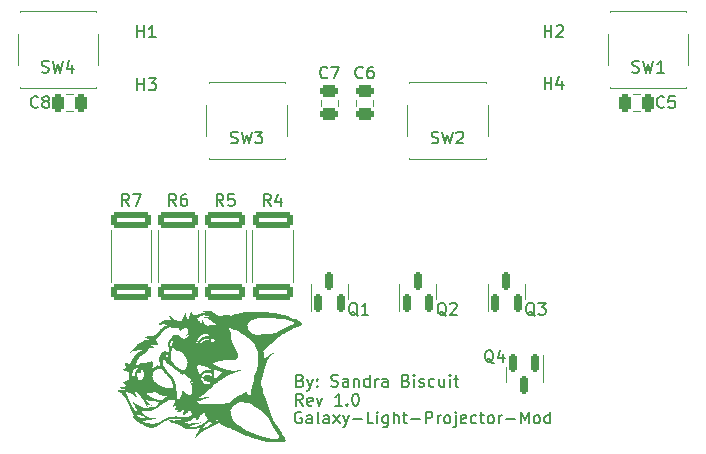
<source format=gto>
G04 #@! TF.GenerationSoftware,KiCad,Pcbnew,7.0.6*
G04 #@! TF.CreationDate,2023-08-15T03:17:02+01:00*
G04 #@! TF.ProjectId,GalaxyModPCB,47616c61-7879-44d6-9f64-5043422e6b69,rev?*
G04 #@! TF.SameCoordinates,Original*
G04 #@! TF.FileFunction,Legend,Top*
G04 #@! TF.FilePolarity,Positive*
%FSLAX46Y46*%
G04 Gerber Fmt 4.6, Leading zero omitted, Abs format (unit mm)*
G04 Created by KiCad (PCBNEW 7.0.6) date 2023-08-15 03:17:02*
%MOMM*%
%LPD*%
G01*
G04 APERTURE LIST*
G04 Aperture macros list*
%AMRoundRect*
0 Rectangle with rounded corners*
0 $1 Rounding radius*
0 $2 $3 $4 $5 $6 $7 $8 $9 X,Y pos of 4 corners*
0 Add a 4 corners polygon primitive as box body*
4,1,4,$2,$3,$4,$5,$6,$7,$8,$9,$2,$3,0*
0 Add four circle primitives for the rounded corners*
1,1,$1+$1,$2,$3*
1,1,$1+$1,$4,$5*
1,1,$1+$1,$6,$7*
1,1,$1+$1,$8,$9*
0 Add four rect primitives between the rounded corners*
20,1,$1+$1,$2,$3,$4,$5,0*
20,1,$1+$1,$4,$5,$6,$7,0*
20,1,$1+$1,$6,$7,$8,$9,0*
20,1,$1+$1,$8,$9,$2,$3,0*%
G04 Aperture macros list end*
%ADD10C,0.200000*%
%ADD11C,0.150000*%
%ADD12C,0.120000*%
%ADD13RoundRect,0.250000X0.250000X0.475000X-0.250000X0.475000X-0.250000X-0.475000X0.250000X-0.475000X0*%
%ADD14RoundRect,0.250000X0.475000X-0.250000X0.475000X0.250000X-0.475000X0.250000X-0.475000X-0.250000X0*%
%ADD15C,2.500000*%
%ADD16R,1.550000X1.300000*%
%ADD17RoundRect,0.150000X-0.150000X0.587500X-0.150000X-0.587500X0.150000X-0.587500X0.150000X0.587500X0*%
%ADD18RoundRect,0.249999X-1.425001X0.450001X-1.425001X-0.450001X1.425001X-0.450001X1.425001X0.450001X0*%
%ADD19RoundRect,0.150000X0.150000X-0.587500X0.150000X0.587500X-0.150000X0.587500X-0.150000X-0.587500X0*%
%ADD20C,2.000000*%
%ADD21RoundRect,0.250000X-0.250000X-0.475000X0.250000X-0.475000X0.250000X0.475000X-0.250000X0.475000X0*%
%ADD22R,1.000000X1.000000*%
%ADD23O,1.000000X1.000000*%
%ADD24R,1.700000X1.700000*%
%ADD25O,1.700000X1.700000*%
G04 APERTURE END LIST*
D10*
X137728571Y-85152219D02*
X137395238Y-84676028D01*
X137157143Y-85152219D02*
X137157143Y-84152219D01*
X137157143Y-84152219D02*
X137538095Y-84152219D01*
X137538095Y-84152219D02*
X137633333Y-84199838D01*
X137633333Y-84199838D02*
X137680952Y-84247457D01*
X137680952Y-84247457D02*
X137728571Y-84342695D01*
X137728571Y-84342695D02*
X137728571Y-84485552D01*
X137728571Y-84485552D02*
X137680952Y-84580790D01*
X137680952Y-84580790D02*
X137633333Y-84628409D01*
X137633333Y-84628409D02*
X137538095Y-84676028D01*
X137538095Y-84676028D02*
X137157143Y-84676028D01*
X138538095Y-85104600D02*
X138442857Y-85152219D01*
X138442857Y-85152219D02*
X138252381Y-85152219D01*
X138252381Y-85152219D02*
X138157143Y-85104600D01*
X138157143Y-85104600D02*
X138109524Y-85009361D01*
X138109524Y-85009361D02*
X138109524Y-84628409D01*
X138109524Y-84628409D02*
X138157143Y-84533171D01*
X138157143Y-84533171D02*
X138252381Y-84485552D01*
X138252381Y-84485552D02*
X138442857Y-84485552D01*
X138442857Y-84485552D02*
X138538095Y-84533171D01*
X138538095Y-84533171D02*
X138585714Y-84628409D01*
X138585714Y-84628409D02*
X138585714Y-84723647D01*
X138585714Y-84723647D02*
X138109524Y-84818885D01*
X138919048Y-84485552D02*
X139157143Y-85152219D01*
X139157143Y-85152219D02*
X139395238Y-84485552D01*
X141061905Y-85152219D02*
X140490477Y-85152219D01*
X140776191Y-85152219D02*
X140776191Y-84152219D01*
X140776191Y-84152219D02*
X140680953Y-84295076D01*
X140680953Y-84295076D02*
X140585715Y-84390314D01*
X140585715Y-84390314D02*
X140490477Y-84437933D01*
X141490477Y-85056980D02*
X141538096Y-85104600D01*
X141538096Y-85104600D02*
X141490477Y-85152219D01*
X141490477Y-85152219D02*
X141442858Y-85104600D01*
X141442858Y-85104600D02*
X141490477Y-85056980D01*
X141490477Y-85056980D02*
X141490477Y-85152219D01*
X142157143Y-84152219D02*
X142252381Y-84152219D01*
X142252381Y-84152219D02*
X142347619Y-84199838D01*
X142347619Y-84199838D02*
X142395238Y-84247457D01*
X142395238Y-84247457D02*
X142442857Y-84342695D01*
X142442857Y-84342695D02*
X142490476Y-84533171D01*
X142490476Y-84533171D02*
X142490476Y-84771266D01*
X142490476Y-84771266D02*
X142442857Y-84961742D01*
X142442857Y-84961742D02*
X142395238Y-85056980D01*
X142395238Y-85056980D02*
X142347619Y-85104600D01*
X142347619Y-85104600D02*
X142252381Y-85152219D01*
X142252381Y-85152219D02*
X142157143Y-85152219D01*
X142157143Y-85152219D02*
X142061905Y-85104600D01*
X142061905Y-85104600D02*
X142014286Y-85056980D01*
X142014286Y-85056980D02*
X141966667Y-84961742D01*
X141966667Y-84961742D02*
X141919048Y-84771266D01*
X141919048Y-84771266D02*
X141919048Y-84533171D01*
X141919048Y-84533171D02*
X141966667Y-84342695D01*
X141966667Y-84342695D02*
X142014286Y-84247457D01*
X142014286Y-84247457D02*
X142061905Y-84199838D01*
X142061905Y-84199838D02*
X142157143Y-84152219D01*
X137547618Y-83028409D02*
X137690475Y-83076028D01*
X137690475Y-83076028D02*
X137738094Y-83123647D01*
X137738094Y-83123647D02*
X137785713Y-83218885D01*
X137785713Y-83218885D02*
X137785713Y-83361742D01*
X137785713Y-83361742D02*
X137738094Y-83456980D01*
X137738094Y-83456980D02*
X137690475Y-83504600D01*
X137690475Y-83504600D02*
X137595237Y-83552219D01*
X137595237Y-83552219D02*
X137214285Y-83552219D01*
X137214285Y-83552219D02*
X137214285Y-82552219D01*
X137214285Y-82552219D02*
X137547618Y-82552219D01*
X137547618Y-82552219D02*
X137642856Y-82599838D01*
X137642856Y-82599838D02*
X137690475Y-82647457D01*
X137690475Y-82647457D02*
X137738094Y-82742695D01*
X137738094Y-82742695D02*
X137738094Y-82837933D01*
X137738094Y-82837933D02*
X137690475Y-82933171D01*
X137690475Y-82933171D02*
X137642856Y-82980790D01*
X137642856Y-82980790D02*
X137547618Y-83028409D01*
X137547618Y-83028409D02*
X137214285Y-83028409D01*
X138119047Y-82885552D02*
X138357142Y-83552219D01*
X138595237Y-82885552D02*
X138357142Y-83552219D01*
X138357142Y-83552219D02*
X138261904Y-83790314D01*
X138261904Y-83790314D02*
X138214285Y-83837933D01*
X138214285Y-83837933D02*
X138119047Y-83885552D01*
X138976190Y-83456980D02*
X139023809Y-83504600D01*
X139023809Y-83504600D02*
X138976190Y-83552219D01*
X138976190Y-83552219D02*
X138928571Y-83504600D01*
X138928571Y-83504600D02*
X138976190Y-83456980D01*
X138976190Y-83456980D02*
X138976190Y-83552219D01*
X138976190Y-82933171D02*
X139023809Y-82980790D01*
X139023809Y-82980790D02*
X138976190Y-83028409D01*
X138976190Y-83028409D02*
X138928571Y-82980790D01*
X138928571Y-82980790D02*
X138976190Y-82933171D01*
X138976190Y-82933171D02*
X138976190Y-83028409D01*
X140166666Y-83504600D02*
X140309523Y-83552219D01*
X140309523Y-83552219D02*
X140547618Y-83552219D01*
X140547618Y-83552219D02*
X140642856Y-83504600D01*
X140642856Y-83504600D02*
X140690475Y-83456980D01*
X140690475Y-83456980D02*
X140738094Y-83361742D01*
X140738094Y-83361742D02*
X140738094Y-83266504D01*
X140738094Y-83266504D02*
X140690475Y-83171266D01*
X140690475Y-83171266D02*
X140642856Y-83123647D01*
X140642856Y-83123647D02*
X140547618Y-83076028D01*
X140547618Y-83076028D02*
X140357142Y-83028409D01*
X140357142Y-83028409D02*
X140261904Y-82980790D01*
X140261904Y-82980790D02*
X140214285Y-82933171D01*
X140214285Y-82933171D02*
X140166666Y-82837933D01*
X140166666Y-82837933D02*
X140166666Y-82742695D01*
X140166666Y-82742695D02*
X140214285Y-82647457D01*
X140214285Y-82647457D02*
X140261904Y-82599838D01*
X140261904Y-82599838D02*
X140357142Y-82552219D01*
X140357142Y-82552219D02*
X140595237Y-82552219D01*
X140595237Y-82552219D02*
X140738094Y-82599838D01*
X141595237Y-83552219D02*
X141595237Y-83028409D01*
X141595237Y-83028409D02*
X141547618Y-82933171D01*
X141547618Y-82933171D02*
X141452380Y-82885552D01*
X141452380Y-82885552D02*
X141261904Y-82885552D01*
X141261904Y-82885552D02*
X141166666Y-82933171D01*
X141595237Y-83504600D02*
X141499999Y-83552219D01*
X141499999Y-83552219D02*
X141261904Y-83552219D01*
X141261904Y-83552219D02*
X141166666Y-83504600D01*
X141166666Y-83504600D02*
X141119047Y-83409361D01*
X141119047Y-83409361D02*
X141119047Y-83314123D01*
X141119047Y-83314123D02*
X141166666Y-83218885D01*
X141166666Y-83218885D02*
X141261904Y-83171266D01*
X141261904Y-83171266D02*
X141499999Y-83171266D01*
X141499999Y-83171266D02*
X141595237Y-83123647D01*
X142071428Y-82885552D02*
X142071428Y-83552219D01*
X142071428Y-82980790D02*
X142119047Y-82933171D01*
X142119047Y-82933171D02*
X142214285Y-82885552D01*
X142214285Y-82885552D02*
X142357142Y-82885552D01*
X142357142Y-82885552D02*
X142452380Y-82933171D01*
X142452380Y-82933171D02*
X142499999Y-83028409D01*
X142499999Y-83028409D02*
X142499999Y-83552219D01*
X143404761Y-83552219D02*
X143404761Y-82552219D01*
X143404761Y-83504600D02*
X143309523Y-83552219D01*
X143309523Y-83552219D02*
X143119047Y-83552219D01*
X143119047Y-83552219D02*
X143023809Y-83504600D01*
X143023809Y-83504600D02*
X142976190Y-83456980D01*
X142976190Y-83456980D02*
X142928571Y-83361742D01*
X142928571Y-83361742D02*
X142928571Y-83076028D01*
X142928571Y-83076028D02*
X142976190Y-82980790D01*
X142976190Y-82980790D02*
X143023809Y-82933171D01*
X143023809Y-82933171D02*
X143119047Y-82885552D01*
X143119047Y-82885552D02*
X143309523Y-82885552D01*
X143309523Y-82885552D02*
X143404761Y-82933171D01*
X143880952Y-83552219D02*
X143880952Y-82885552D01*
X143880952Y-83076028D02*
X143928571Y-82980790D01*
X143928571Y-82980790D02*
X143976190Y-82933171D01*
X143976190Y-82933171D02*
X144071428Y-82885552D01*
X144071428Y-82885552D02*
X144166666Y-82885552D01*
X144928571Y-83552219D02*
X144928571Y-83028409D01*
X144928571Y-83028409D02*
X144880952Y-82933171D01*
X144880952Y-82933171D02*
X144785714Y-82885552D01*
X144785714Y-82885552D02*
X144595238Y-82885552D01*
X144595238Y-82885552D02*
X144500000Y-82933171D01*
X144928571Y-83504600D02*
X144833333Y-83552219D01*
X144833333Y-83552219D02*
X144595238Y-83552219D01*
X144595238Y-83552219D02*
X144500000Y-83504600D01*
X144500000Y-83504600D02*
X144452381Y-83409361D01*
X144452381Y-83409361D02*
X144452381Y-83314123D01*
X144452381Y-83314123D02*
X144500000Y-83218885D01*
X144500000Y-83218885D02*
X144595238Y-83171266D01*
X144595238Y-83171266D02*
X144833333Y-83171266D01*
X144833333Y-83171266D02*
X144928571Y-83123647D01*
X146500000Y-83028409D02*
X146642857Y-83076028D01*
X146642857Y-83076028D02*
X146690476Y-83123647D01*
X146690476Y-83123647D02*
X146738095Y-83218885D01*
X146738095Y-83218885D02*
X146738095Y-83361742D01*
X146738095Y-83361742D02*
X146690476Y-83456980D01*
X146690476Y-83456980D02*
X146642857Y-83504600D01*
X146642857Y-83504600D02*
X146547619Y-83552219D01*
X146547619Y-83552219D02*
X146166667Y-83552219D01*
X146166667Y-83552219D02*
X146166667Y-82552219D01*
X146166667Y-82552219D02*
X146500000Y-82552219D01*
X146500000Y-82552219D02*
X146595238Y-82599838D01*
X146595238Y-82599838D02*
X146642857Y-82647457D01*
X146642857Y-82647457D02*
X146690476Y-82742695D01*
X146690476Y-82742695D02*
X146690476Y-82837933D01*
X146690476Y-82837933D02*
X146642857Y-82933171D01*
X146642857Y-82933171D02*
X146595238Y-82980790D01*
X146595238Y-82980790D02*
X146500000Y-83028409D01*
X146500000Y-83028409D02*
X146166667Y-83028409D01*
X147166667Y-83552219D02*
X147166667Y-82885552D01*
X147166667Y-82552219D02*
X147119048Y-82599838D01*
X147119048Y-82599838D02*
X147166667Y-82647457D01*
X147166667Y-82647457D02*
X147214286Y-82599838D01*
X147214286Y-82599838D02*
X147166667Y-82552219D01*
X147166667Y-82552219D02*
X147166667Y-82647457D01*
X147595238Y-83504600D02*
X147690476Y-83552219D01*
X147690476Y-83552219D02*
X147880952Y-83552219D01*
X147880952Y-83552219D02*
X147976190Y-83504600D01*
X147976190Y-83504600D02*
X148023809Y-83409361D01*
X148023809Y-83409361D02*
X148023809Y-83361742D01*
X148023809Y-83361742D02*
X147976190Y-83266504D01*
X147976190Y-83266504D02*
X147880952Y-83218885D01*
X147880952Y-83218885D02*
X147738095Y-83218885D01*
X147738095Y-83218885D02*
X147642857Y-83171266D01*
X147642857Y-83171266D02*
X147595238Y-83076028D01*
X147595238Y-83076028D02*
X147595238Y-83028409D01*
X147595238Y-83028409D02*
X147642857Y-82933171D01*
X147642857Y-82933171D02*
X147738095Y-82885552D01*
X147738095Y-82885552D02*
X147880952Y-82885552D01*
X147880952Y-82885552D02*
X147976190Y-82933171D01*
X148880952Y-83504600D02*
X148785714Y-83552219D01*
X148785714Y-83552219D02*
X148595238Y-83552219D01*
X148595238Y-83552219D02*
X148500000Y-83504600D01*
X148500000Y-83504600D02*
X148452381Y-83456980D01*
X148452381Y-83456980D02*
X148404762Y-83361742D01*
X148404762Y-83361742D02*
X148404762Y-83076028D01*
X148404762Y-83076028D02*
X148452381Y-82980790D01*
X148452381Y-82980790D02*
X148500000Y-82933171D01*
X148500000Y-82933171D02*
X148595238Y-82885552D01*
X148595238Y-82885552D02*
X148785714Y-82885552D01*
X148785714Y-82885552D02*
X148880952Y-82933171D01*
X149738095Y-82885552D02*
X149738095Y-83552219D01*
X149309524Y-82885552D02*
X149309524Y-83409361D01*
X149309524Y-83409361D02*
X149357143Y-83504600D01*
X149357143Y-83504600D02*
X149452381Y-83552219D01*
X149452381Y-83552219D02*
X149595238Y-83552219D01*
X149595238Y-83552219D02*
X149690476Y-83504600D01*
X149690476Y-83504600D02*
X149738095Y-83456980D01*
X150214286Y-83552219D02*
X150214286Y-82885552D01*
X150214286Y-82552219D02*
X150166667Y-82599838D01*
X150166667Y-82599838D02*
X150214286Y-82647457D01*
X150214286Y-82647457D02*
X150261905Y-82599838D01*
X150261905Y-82599838D02*
X150214286Y-82552219D01*
X150214286Y-82552219D02*
X150214286Y-82647457D01*
X150547619Y-82885552D02*
X150928571Y-82885552D01*
X150690476Y-82552219D02*
X150690476Y-83409361D01*
X150690476Y-83409361D02*
X150738095Y-83504600D01*
X150738095Y-83504600D02*
X150833333Y-83552219D01*
X150833333Y-83552219D02*
X150928571Y-83552219D01*
X137638094Y-85699838D02*
X137542856Y-85652219D01*
X137542856Y-85652219D02*
X137399999Y-85652219D01*
X137399999Y-85652219D02*
X137257142Y-85699838D01*
X137257142Y-85699838D02*
X137161904Y-85795076D01*
X137161904Y-85795076D02*
X137114285Y-85890314D01*
X137114285Y-85890314D02*
X137066666Y-86080790D01*
X137066666Y-86080790D02*
X137066666Y-86223647D01*
X137066666Y-86223647D02*
X137114285Y-86414123D01*
X137114285Y-86414123D02*
X137161904Y-86509361D01*
X137161904Y-86509361D02*
X137257142Y-86604600D01*
X137257142Y-86604600D02*
X137399999Y-86652219D01*
X137399999Y-86652219D02*
X137495237Y-86652219D01*
X137495237Y-86652219D02*
X137638094Y-86604600D01*
X137638094Y-86604600D02*
X137685713Y-86556980D01*
X137685713Y-86556980D02*
X137685713Y-86223647D01*
X137685713Y-86223647D02*
X137495237Y-86223647D01*
X138542856Y-86652219D02*
X138542856Y-86128409D01*
X138542856Y-86128409D02*
X138495237Y-86033171D01*
X138495237Y-86033171D02*
X138399999Y-85985552D01*
X138399999Y-85985552D02*
X138209523Y-85985552D01*
X138209523Y-85985552D02*
X138114285Y-86033171D01*
X138542856Y-86604600D02*
X138447618Y-86652219D01*
X138447618Y-86652219D02*
X138209523Y-86652219D01*
X138209523Y-86652219D02*
X138114285Y-86604600D01*
X138114285Y-86604600D02*
X138066666Y-86509361D01*
X138066666Y-86509361D02*
X138066666Y-86414123D01*
X138066666Y-86414123D02*
X138114285Y-86318885D01*
X138114285Y-86318885D02*
X138209523Y-86271266D01*
X138209523Y-86271266D02*
X138447618Y-86271266D01*
X138447618Y-86271266D02*
X138542856Y-86223647D01*
X139161904Y-86652219D02*
X139066666Y-86604600D01*
X139066666Y-86604600D02*
X139019047Y-86509361D01*
X139019047Y-86509361D02*
X139019047Y-85652219D01*
X139971428Y-86652219D02*
X139971428Y-86128409D01*
X139971428Y-86128409D02*
X139923809Y-86033171D01*
X139923809Y-86033171D02*
X139828571Y-85985552D01*
X139828571Y-85985552D02*
X139638095Y-85985552D01*
X139638095Y-85985552D02*
X139542857Y-86033171D01*
X139971428Y-86604600D02*
X139876190Y-86652219D01*
X139876190Y-86652219D02*
X139638095Y-86652219D01*
X139638095Y-86652219D02*
X139542857Y-86604600D01*
X139542857Y-86604600D02*
X139495238Y-86509361D01*
X139495238Y-86509361D02*
X139495238Y-86414123D01*
X139495238Y-86414123D02*
X139542857Y-86318885D01*
X139542857Y-86318885D02*
X139638095Y-86271266D01*
X139638095Y-86271266D02*
X139876190Y-86271266D01*
X139876190Y-86271266D02*
X139971428Y-86223647D01*
X140352381Y-86652219D02*
X140876190Y-85985552D01*
X140352381Y-85985552D02*
X140876190Y-86652219D01*
X141161905Y-85985552D02*
X141400000Y-86652219D01*
X141638095Y-85985552D02*
X141400000Y-86652219D01*
X141400000Y-86652219D02*
X141304762Y-86890314D01*
X141304762Y-86890314D02*
X141257143Y-86937933D01*
X141257143Y-86937933D02*
X141161905Y-86985552D01*
X142019048Y-86271266D02*
X142780953Y-86271266D01*
X143733333Y-86652219D02*
X143257143Y-86652219D01*
X143257143Y-86652219D02*
X143257143Y-85652219D01*
X144066667Y-86652219D02*
X144066667Y-85985552D01*
X144066667Y-85652219D02*
X144019048Y-85699838D01*
X144019048Y-85699838D02*
X144066667Y-85747457D01*
X144066667Y-85747457D02*
X144114286Y-85699838D01*
X144114286Y-85699838D02*
X144066667Y-85652219D01*
X144066667Y-85652219D02*
X144066667Y-85747457D01*
X144971428Y-85985552D02*
X144971428Y-86795076D01*
X144971428Y-86795076D02*
X144923809Y-86890314D01*
X144923809Y-86890314D02*
X144876190Y-86937933D01*
X144876190Y-86937933D02*
X144780952Y-86985552D01*
X144780952Y-86985552D02*
X144638095Y-86985552D01*
X144638095Y-86985552D02*
X144542857Y-86937933D01*
X144971428Y-86604600D02*
X144876190Y-86652219D01*
X144876190Y-86652219D02*
X144685714Y-86652219D01*
X144685714Y-86652219D02*
X144590476Y-86604600D01*
X144590476Y-86604600D02*
X144542857Y-86556980D01*
X144542857Y-86556980D02*
X144495238Y-86461742D01*
X144495238Y-86461742D02*
X144495238Y-86176028D01*
X144495238Y-86176028D02*
X144542857Y-86080790D01*
X144542857Y-86080790D02*
X144590476Y-86033171D01*
X144590476Y-86033171D02*
X144685714Y-85985552D01*
X144685714Y-85985552D02*
X144876190Y-85985552D01*
X144876190Y-85985552D02*
X144971428Y-86033171D01*
X145447619Y-86652219D02*
X145447619Y-85652219D01*
X145876190Y-86652219D02*
X145876190Y-86128409D01*
X145876190Y-86128409D02*
X145828571Y-86033171D01*
X145828571Y-86033171D02*
X145733333Y-85985552D01*
X145733333Y-85985552D02*
X145590476Y-85985552D01*
X145590476Y-85985552D02*
X145495238Y-86033171D01*
X145495238Y-86033171D02*
X145447619Y-86080790D01*
X146209524Y-85985552D02*
X146590476Y-85985552D01*
X146352381Y-85652219D02*
X146352381Y-86509361D01*
X146352381Y-86509361D02*
X146400000Y-86604600D01*
X146400000Y-86604600D02*
X146495238Y-86652219D01*
X146495238Y-86652219D02*
X146590476Y-86652219D01*
X146923810Y-86271266D02*
X147685715Y-86271266D01*
X148161905Y-86652219D02*
X148161905Y-85652219D01*
X148161905Y-85652219D02*
X148542857Y-85652219D01*
X148542857Y-85652219D02*
X148638095Y-85699838D01*
X148638095Y-85699838D02*
X148685714Y-85747457D01*
X148685714Y-85747457D02*
X148733333Y-85842695D01*
X148733333Y-85842695D02*
X148733333Y-85985552D01*
X148733333Y-85985552D02*
X148685714Y-86080790D01*
X148685714Y-86080790D02*
X148638095Y-86128409D01*
X148638095Y-86128409D02*
X148542857Y-86176028D01*
X148542857Y-86176028D02*
X148161905Y-86176028D01*
X149161905Y-86652219D02*
X149161905Y-85985552D01*
X149161905Y-86176028D02*
X149209524Y-86080790D01*
X149209524Y-86080790D02*
X149257143Y-86033171D01*
X149257143Y-86033171D02*
X149352381Y-85985552D01*
X149352381Y-85985552D02*
X149447619Y-85985552D01*
X149923810Y-86652219D02*
X149828572Y-86604600D01*
X149828572Y-86604600D02*
X149780953Y-86556980D01*
X149780953Y-86556980D02*
X149733334Y-86461742D01*
X149733334Y-86461742D02*
X149733334Y-86176028D01*
X149733334Y-86176028D02*
X149780953Y-86080790D01*
X149780953Y-86080790D02*
X149828572Y-86033171D01*
X149828572Y-86033171D02*
X149923810Y-85985552D01*
X149923810Y-85985552D02*
X150066667Y-85985552D01*
X150066667Y-85985552D02*
X150161905Y-86033171D01*
X150161905Y-86033171D02*
X150209524Y-86080790D01*
X150209524Y-86080790D02*
X150257143Y-86176028D01*
X150257143Y-86176028D02*
X150257143Y-86461742D01*
X150257143Y-86461742D02*
X150209524Y-86556980D01*
X150209524Y-86556980D02*
X150161905Y-86604600D01*
X150161905Y-86604600D02*
X150066667Y-86652219D01*
X150066667Y-86652219D02*
X149923810Y-86652219D01*
X150685715Y-85985552D02*
X150685715Y-86842695D01*
X150685715Y-86842695D02*
X150638096Y-86937933D01*
X150638096Y-86937933D02*
X150542858Y-86985552D01*
X150542858Y-86985552D02*
X150495239Y-86985552D01*
X150685715Y-85652219D02*
X150638096Y-85699838D01*
X150638096Y-85699838D02*
X150685715Y-85747457D01*
X150685715Y-85747457D02*
X150733334Y-85699838D01*
X150733334Y-85699838D02*
X150685715Y-85652219D01*
X150685715Y-85652219D02*
X150685715Y-85747457D01*
X151542857Y-86604600D02*
X151447619Y-86652219D01*
X151447619Y-86652219D02*
X151257143Y-86652219D01*
X151257143Y-86652219D02*
X151161905Y-86604600D01*
X151161905Y-86604600D02*
X151114286Y-86509361D01*
X151114286Y-86509361D02*
X151114286Y-86128409D01*
X151114286Y-86128409D02*
X151161905Y-86033171D01*
X151161905Y-86033171D02*
X151257143Y-85985552D01*
X151257143Y-85985552D02*
X151447619Y-85985552D01*
X151447619Y-85985552D02*
X151542857Y-86033171D01*
X151542857Y-86033171D02*
X151590476Y-86128409D01*
X151590476Y-86128409D02*
X151590476Y-86223647D01*
X151590476Y-86223647D02*
X151114286Y-86318885D01*
X152447619Y-86604600D02*
X152352381Y-86652219D01*
X152352381Y-86652219D02*
X152161905Y-86652219D01*
X152161905Y-86652219D02*
X152066667Y-86604600D01*
X152066667Y-86604600D02*
X152019048Y-86556980D01*
X152019048Y-86556980D02*
X151971429Y-86461742D01*
X151971429Y-86461742D02*
X151971429Y-86176028D01*
X151971429Y-86176028D02*
X152019048Y-86080790D01*
X152019048Y-86080790D02*
X152066667Y-86033171D01*
X152066667Y-86033171D02*
X152161905Y-85985552D01*
X152161905Y-85985552D02*
X152352381Y-85985552D01*
X152352381Y-85985552D02*
X152447619Y-86033171D01*
X152733334Y-85985552D02*
X153114286Y-85985552D01*
X152876191Y-85652219D02*
X152876191Y-86509361D01*
X152876191Y-86509361D02*
X152923810Y-86604600D01*
X152923810Y-86604600D02*
X153019048Y-86652219D01*
X153019048Y-86652219D02*
X153114286Y-86652219D01*
X153590477Y-86652219D02*
X153495239Y-86604600D01*
X153495239Y-86604600D02*
X153447620Y-86556980D01*
X153447620Y-86556980D02*
X153400001Y-86461742D01*
X153400001Y-86461742D02*
X153400001Y-86176028D01*
X153400001Y-86176028D02*
X153447620Y-86080790D01*
X153447620Y-86080790D02*
X153495239Y-86033171D01*
X153495239Y-86033171D02*
X153590477Y-85985552D01*
X153590477Y-85985552D02*
X153733334Y-85985552D01*
X153733334Y-85985552D02*
X153828572Y-86033171D01*
X153828572Y-86033171D02*
X153876191Y-86080790D01*
X153876191Y-86080790D02*
X153923810Y-86176028D01*
X153923810Y-86176028D02*
X153923810Y-86461742D01*
X153923810Y-86461742D02*
X153876191Y-86556980D01*
X153876191Y-86556980D02*
X153828572Y-86604600D01*
X153828572Y-86604600D02*
X153733334Y-86652219D01*
X153733334Y-86652219D02*
X153590477Y-86652219D01*
X154352382Y-86652219D02*
X154352382Y-85985552D01*
X154352382Y-86176028D02*
X154400001Y-86080790D01*
X154400001Y-86080790D02*
X154447620Y-86033171D01*
X154447620Y-86033171D02*
X154542858Y-85985552D01*
X154542858Y-85985552D02*
X154638096Y-85985552D01*
X154971430Y-86271266D02*
X155733335Y-86271266D01*
X156209525Y-86652219D02*
X156209525Y-85652219D01*
X156209525Y-85652219D02*
X156542858Y-86366504D01*
X156542858Y-86366504D02*
X156876191Y-85652219D01*
X156876191Y-85652219D02*
X156876191Y-86652219D01*
X157495239Y-86652219D02*
X157400001Y-86604600D01*
X157400001Y-86604600D02*
X157352382Y-86556980D01*
X157352382Y-86556980D02*
X157304763Y-86461742D01*
X157304763Y-86461742D02*
X157304763Y-86176028D01*
X157304763Y-86176028D02*
X157352382Y-86080790D01*
X157352382Y-86080790D02*
X157400001Y-86033171D01*
X157400001Y-86033171D02*
X157495239Y-85985552D01*
X157495239Y-85985552D02*
X157638096Y-85985552D01*
X157638096Y-85985552D02*
X157733334Y-86033171D01*
X157733334Y-86033171D02*
X157780953Y-86080790D01*
X157780953Y-86080790D02*
X157828572Y-86176028D01*
X157828572Y-86176028D02*
X157828572Y-86461742D01*
X157828572Y-86461742D02*
X157780953Y-86556980D01*
X157780953Y-86556980D02*
X157733334Y-86604600D01*
X157733334Y-86604600D02*
X157638096Y-86652219D01*
X157638096Y-86652219D02*
X157495239Y-86652219D01*
X158685715Y-86652219D02*
X158685715Y-85652219D01*
X158685715Y-86604600D02*
X158590477Y-86652219D01*
X158590477Y-86652219D02*
X158400001Y-86652219D01*
X158400001Y-86652219D02*
X158304763Y-86604600D01*
X158304763Y-86604600D02*
X158257144Y-86556980D01*
X158257144Y-86556980D02*
X158209525Y-86461742D01*
X158209525Y-86461742D02*
X158209525Y-86176028D01*
X158209525Y-86176028D02*
X158257144Y-86080790D01*
X158257144Y-86080790D02*
X158304763Y-86033171D01*
X158304763Y-86033171D02*
X158400001Y-85985552D01*
X158400001Y-85985552D02*
X158590477Y-85985552D01*
X158590477Y-85985552D02*
X158685715Y-86033171D01*
D11*
X115333333Y-59859580D02*
X115285714Y-59907200D01*
X115285714Y-59907200D02*
X115142857Y-59954819D01*
X115142857Y-59954819D02*
X115047619Y-59954819D01*
X115047619Y-59954819D02*
X114904762Y-59907200D01*
X114904762Y-59907200D02*
X114809524Y-59811961D01*
X114809524Y-59811961D02*
X114761905Y-59716723D01*
X114761905Y-59716723D02*
X114714286Y-59526247D01*
X114714286Y-59526247D02*
X114714286Y-59383390D01*
X114714286Y-59383390D02*
X114761905Y-59192914D01*
X114761905Y-59192914D02*
X114809524Y-59097676D01*
X114809524Y-59097676D02*
X114904762Y-59002438D01*
X114904762Y-59002438D02*
X115047619Y-58954819D01*
X115047619Y-58954819D02*
X115142857Y-58954819D01*
X115142857Y-58954819D02*
X115285714Y-59002438D01*
X115285714Y-59002438D02*
X115333333Y-59050057D01*
X115904762Y-59383390D02*
X115809524Y-59335771D01*
X115809524Y-59335771D02*
X115761905Y-59288152D01*
X115761905Y-59288152D02*
X115714286Y-59192914D01*
X115714286Y-59192914D02*
X115714286Y-59145295D01*
X115714286Y-59145295D02*
X115761905Y-59050057D01*
X115761905Y-59050057D02*
X115809524Y-59002438D01*
X115809524Y-59002438D02*
X115904762Y-58954819D01*
X115904762Y-58954819D02*
X116095238Y-58954819D01*
X116095238Y-58954819D02*
X116190476Y-59002438D01*
X116190476Y-59002438D02*
X116238095Y-59050057D01*
X116238095Y-59050057D02*
X116285714Y-59145295D01*
X116285714Y-59145295D02*
X116285714Y-59192914D01*
X116285714Y-59192914D02*
X116238095Y-59288152D01*
X116238095Y-59288152D02*
X116190476Y-59335771D01*
X116190476Y-59335771D02*
X116095238Y-59383390D01*
X116095238Y-59383390D02*
X115904762Y-59383390D01*
X115904762Y-59383390D02*
X115809524Y-59431009D01*
X115809524Y-59431009D02*
X115761905Y-59478628D01*
X115761905Y-59478628D02*
X115714286Y-59573866D01*
X115714286Y-59573866D02*
X115714286Y-59764342D01*
X115714286Y-59764342D02*
X115761905Y-59859580D01*
X115761905Y-59859580D02*
X115809524Y-59907200D01*
X115809524Y-59907200D02*
X115904762Y-59954819D01*
X115904762Y-59954819D02*
X116095238Y-59954819D01*
X116095238Y-59954819D02*
X116190476Y-59907200D01*
X116190476Y-59907200D02*
X116238095Y-59859580D01*
X116238095Y-59859580D02*
X116285714Y-59764342D01*
X116285714Y-59764342D02*
X116285714Y-59573866D01*
X116285714Y-59573866D02*
X116238095Y-59478628D01*
X116238095Y-59478628D02*
X116190476Y-59431009D01*
X116190476Y-59431009D02*
X116095238Y-59383390D01*
X142833333Y-57359580D02*
X142785714Y-57407200D01*
X142785714Y-57407200D02*
X142642857Y-57454819D01*
X142642857Y-57454819D02*
X142547619Y-57454819D01*
X142547619Y-57454819D02*
X142404762Y-57407200D01*
X142404762Y-57407200D02*
X142309524Y-57311961D01*
X142309524Y-57311961D02*
X142261905Y-57216723D01*
X142261905Y-57216723D02*
X142214286Y-57026247D01*
X142214286Y-57026247D02*
X142214286Y-56883390D01*
X142214286Y-56883390D02*
X142261905Y-56692914D01*
X142261905Y-56692914D02*
X142309524Y-56597676D01*
X142309524Y-56597676D02*
X142404762Y-56502438D01*
X142404762Y-56502438D02*
X142547619Y-56454819D01*
X142547619Y-56454819D02*
X142642857Y-56454819D01*
X142642857Y-56454819D02*
X142785714Y-56502438D01*
X142785714Y-56502438D02*
X142833333Y-56550057D01*
X143690476Y-56454819D02*
X143500000Y-56454819D01*
X143500000Y-56454819D02*
X143404762Y-56502438D01*
X143404762Y-56502438D02*
X143357143Y-56550057D01*
X143357143Y-56550057D02*
X143261905Y-56692914D01*
X143261905Y-56692914D02*
X143214286Y-56883390D01*
X143214286Y-56883390D02*
X143214286Y-57264342D01*
X143214286Y-57264342D02*
X143261905Y-57359580D01*
X143261905Y-57359580D02*
X143309524Y-57407200D01*
X143309524Y-57407200D02*
X143404762Y-57454819D01*
X143404762Y-57454819D02*
X143595238Y-57454819D01*
X143595238Y-57454819D02*
X143690476Y-57407200D01*
X143690476Y-57407200D02*
X143738095Y-57359580D01*
X143738095Y-57359580D02*
X143785714Y-57264342D01*
X143785714Y-57264342D02*
X143785714Y-57026247D01*
X143785714Y-57026247D02*
X143738095Y-56931009D01*
X143738095Y-56931009D02*
X143690476Y-56883390D01*
X143690476Y-56883390D02*
X143595238Y-56835771D01*
X143595238Y-56835771D02*
X143404762Y-56835771D01*
X143404762Y-56835771D02*
X143309524Y-56883390D01*
X143309524Y-56883390D02*
X143261905Y-56931009D01*
X143261905Y-56931009D02*
X143214286Y-57026247D01*
X123738095Y-58454819D02*
X123738095Y-57454819D01*
X123738095Y-57931009D02*
X124309523Y-57931009D01*
X124309523Y-58454819D02*
X124309523Y-57454819D01*
X124690476Y-57454819D02*
X125309523Y-57454819D01*
X125309523Y-57454819D02*
X124976190Y-57835771D01*
X124976190Y-57835771D02*
X125119047Y-57835771D01*
X125119047Y-57835771D02*
X125214285Y-57883390D01*
X125214285Y-57883390D02*
X125261904Y-57931009D01*
X125261904Y-57931009D02*
X125309523Y-58026247D01*
X125309523Y-58026247D02*
X125309523Y-58264342D01*
X125309523Y-58264342D02*
X125261904Y-58359580D01*
X125261904Y-58359580D02*
X125214285Y-58407200D01*
X125214285Y-58407200D02*
X125119047Y-58454819D01*
X125119047Y-58454819D02*
X124833333Y-58454819D01*
X124833333Y-58454819D02*
X124738095Y-58407200D01*
X124738095Y-58407200D02*
X124690476Y-58359580D01*
X148666667Y-62907200D02*
X148809524Y-62954819D01*
X148809524Y-62954819D02*
X149047619Y-62954819D01*
X149047619Y-62954819D02*
X149142857Y-62907200D01*
X149142857Y-62907200D02*
X149190476Y-62859580D01*
X149190476Y-62859580D02*
X149238095Y-62764342D01*
X149238095Y-62764342D02*
X149238095Y-62669104D01*
X149238095Y-62669104D02*
X149190476Y-62573866D01*
X149190476Y-62573866D02*
X149142857Y-62526247D01*
X149142857Y-62526247D02*
X149047619Y-62478628D01*
X149047619Y-62478628D02*
X148857143Y-62431009D01*
X148857143Y-62431009D02*
X148761905Y-62383390D01*
X148761905Y-62383390D02*
X148714286Y-62335771D01*
X148714286Y-62335771D02*
X148666667Y-62240533D01*
X148666667Y-62240533D02*
X148666667Y-62145295D01*
X148666667Y-62145295D02*
X148714286Y-62050057D01*
X148714286Y-62050057D02*
X148761905Y-62002438D01*
X148761905Y-62002438D02*
X148857143Y-61954819D01*
X148857143Y-61954819D02*
X149095238Y-61954819D01*
X149095238Y-61954819D02*
X149238095Y-62002438D01*
X149571429Y-61954819D02*
X149809524Y-62954819D01*
X149809524Y-62954819D02*
X150000000Y-62240533D01*
X150000000Y-62240533D02*
X150190476Y-62954819D01*
X150190476Y-62954819D02*
X150428572Y-61954819D01*
X150761905Y-62050057D02*
X150809524Y-62002438D01*
X150809524Y-62002438D02*
X150904762Y-61954819D01*
X150904762Y-61954819D02*
X151142857Y-61954819D01*
X151142857Y-61954819D02*
X151238095Y-62002438D01*
X151238095Y-62002438D02*
X151285714Y-62050057D01*
X151285714Y-62050057D02*
X151333333Y-62145295D01*
X151333333Y-62145295D02*
X151333333Y-62240533D01*
X151333333Y-62240533D02*
X151285714Y-62383390D01*
X151285714Y-62383390D02*
X150714286Y-62954819D01*
X150714286Y-62954819D02*
X151333333Y-62954819D01*
X153904761Y-81550057D02*
X153809523Y-81502438D01*
X153809523Y-81502438D02*
X153714285Y-81407200D01*
X153714285Y-81407200D02*
X153571428Y-81264342D01*
X153571428Y-81264342D02*
X153476190Y-81216723D01*
X153476190Y-81216723D02*
X153380952Y-81216723D01*
X153428571Y-81454819D02*
X153333333Y-81407200D01*
X153333333Y-81407200D02*
X153238095Y-81311961D01*
X153238095Y-81311961D02*
X153190476Y-81121485D01*
X153190476Y-81121485D02*
X153190476Y-80788152D01*
X153190476Y-80788152D02*
X153238095Y-80597676D01*
X153238095Y-80597676D02*
X153333333Y-80502438D01*
X153333333Y-80502438D02*
X153428571Y-80454819D01*
X153428571Y-80454819D02*
X153619047Y-80454819D01*
X153619047Y-80454819D02*
X153714285Y-80502438D01*
X153714285Y-80502438D02*
X153809523Y-80597676D01*
X153809523Y-80597676D02*
X153857142Y-80788152D01*
X153857142Y-80788152D02*
X153857142Y-81121485D01*
X153857142Y-81121485D02*
X153809523Y-81311961D01*
X153809523Y-81311961D02*
X153714285Y-81407200D01*
X153714285Y-81407200D02*
X153619047Y-81454819D01*
X153619047Y-81454819D02*
X153428571Y-81454819D01*
X154714285Y-80788152D02*
X154714285Y-81454819D01*
X154476190Y-80407200D02*
X154238095Y-81121485D01*
X154238095Y-81121485D02*
X154857142Y-81121485D01*
X131033333Y-68254819D02*
X130700000Y-67778628D01*
X130461905Y-68254819D02*
X130461905Y-67254819D01*
X130461905Y-67254819D02*
X130842857Y-67254819D01*
X130842857Y-67254819D02*
X130938095Y-67302438D01*
X130938095Y-67302438D02*
X130985714Y-67350057D01*
X130985714Y-67350057D02*
X131033333Y-67445295D01*
X131033333Y-67445295D02*
X131033333Y-67588152D01*
X131033333Y-67588152D02*
X130985714Y-67683390D01*
X130985714Y-67683390D02*
X130938095Y-67731009D01*
X130938095Y-67731009D02*
X130842857Y-67778628D01*
X130842857Y-67778628D02*
X130461905Y-67778628D01*
X131938095Y-67254819D02*
X131461905Y-67254819D01*
X131461905Y-67254819D02*
X131414286Y-67731009D01*
X131414286Y-67731009D02*
X131461905Y-67683390D01*
X131461905Y-67683390D02*
X131557143Y-67635771D01*
X131557143Y-67635771D02*
X131795238Y-67635771D01*
X131795238Y-67635771D02*
X131890476Y-67683390D01*
X131890476Y-67683390D02*
X131938095Y-67731009D01*
X131938095Y-67731009D02*
X131985714Y-67826247D01*
X131985714Y-67826247D02*
X131985714Y-68064342D01*
X131985714Y-68064342D02*
X131938095Y-68159580D01*
X131938095Y-68159580D02*
X131890476Y-68207200D01*
X131890476Y-68207200D02*
X131795238Y-68254819D01*
X131795238Y-68254819D02*
X131557143Y-68254819D01*
X131557143Y-68254819D02*
X131461905Y-68207200D01*
X131461905Y-68207200D02*
X131414286Y-68159580D01*
X157404761Y-77550057D02*
X157309523Y-77502438D01*
X157309523Y-77502438D02*
X157214285Y-77407200D01*
X157214285Y-77407200D02*
X157071428Y-77264342D01*
X157071428Y-77264342D02*
X156976190Y-77216723D01*
X156976190Y-77216723D02*
X156880952Y-77216723D01*
X156928571Y-77454819D02*
X156833333Y-77407200D01*
X156833333Y-77407200D02*
X156738095Y-77311961D01*
X156738095Y-77311961D02*
X156690476Y-77121485D01*
X156690476Y-77121485D02*
X156690476Y-76788152D01*
X156690476Y-76788152D02*
X156738095Y-76597676D01*
X156738095Y-76597676D02*
X156833333Y-76502438D01*
X156833333Y-76502438D02*
X156928571Y-76454819D01*
X156928571Y-76454819D02*
X157119047Y-76454819D01*
X157119047Y-76454819D02*
X157214285Y-76502438D01*
X157214285Y-76502438D02*
X157309523Y-76597676D01*
X157309523Y-76597676D02*
X157357142Y-76788152D01*
X157357142Y-76788152D02*
X157357142Y-77121485D01*
X157357142Y-77121485D02*
X157309523Y-77311961D01*
X157309523Y-77311961D02*
X157214285Y-77407200D01*
X157214285Y-77407200D02*
X157119047Y-77454819D01*
X157119047Y-77454819D02*
X156928571Y-77454819D01*
X157690476Y-76454819D02*
X158309523Y-76454819D01*
X158309523Y-76454819D02*
X157976190Y-76835771D01*
X157976190Y-76835771D02*
X158119047Y-76835771D01*
X158119047Y-76835771D02*
X158214285Y-76883390D01*
X158214285Y-76883390D02*
X158261904Y-76931009D01*
X158261904Y-76931009D02*
X158309523Y-77026247D01*
X158309523Y-77026247D02*
X158309523Y-77264342D01*
X158309523Y-77264342D02*
X158261904Y-77359580D01*
X158261904Y-77359580D02*
X158214285Y-77407200D01*
X158214285Y-77407200D02*
X158119047Y-77454819D01*
X158119047Y-77454819D02*
X157833333Y-77454819D01*
X157833333Y-77454819D02*
X157738095Y-77407200D01*
X157738095Y-77407200D02*
X157690476Y-77359580D01*
X139833333Y-57359580D02*
X139785714Y-57407200D01*
X139785714Y-57407200D02*
X139642857Y-57454819D01*
X139642857Y-57454819D02*
X139547619Y-57454819D01*
X139547619Y-57454819D02*
X139404762Y-57407200D01*
X139404762Y-57407200D02*
X139309524Y-57311961D01*
X139309524Y-57311961D02*
X139261905Y-57216723D01*
X139261905Y-57216723D02*
X139214286Y-57026247D01*
X139214286Y-57026247D02*
X139214286Y-56883390D01*
X139214286Y-56883390D02*
X139261905Y-56692914D01*
X139261905Y-56692914D02*
X139309524Y-56597676D01*
X139309524Y-56597676D02*
X139404762Y-56502438D01*
X139404762Y-56502438D02*
X139547619Y-56454819D01*
X139547619Y-56454819D02*
X139642857Y-56454819D01*
X139642857Y-56454819D02*
X139785714Y-56502438D01*
X139785714Y-56502438D02*
X139833333Y-56550057D01*
X140166667Y-56454819D02*
X140833333Y-56454819D01*
X140833333Y-56454819D02*
X140404762Y-57454819D01*
X165666667Y-56907200D02*
X165809524Y-56954819D01*
X165809524Y-56954819D02*
X166047619Y-56954819D01*
X166047619Y-56954819D02*
X166142857Y-56907200D01*
X166142857Y-56907200D02*
X166190476Y-56859580D01*
X166190476Y-56859580D02*
X166238095Y-56764342D01*
X166238095Y-56764342D02*
X166238095Y-56669104D01*
X166238095Y-56669104D02*
X166190476Y-56573866D01*
X166190476Y-56573866D02*
X166142857Y-56526247D01*
X166142857Y-56526247D02*
X166047619Y-56478628D01*
X166047619Y-56478628D02*
X165857143Y-56431009D01*
X165857143Y-56431009D02*
X165761905Y-56383390D01*
X165761905Y-56383390D02*
X165714286Y-56335771D01*
X165714286Y-56335771D02*
X165666667Y-56240533D01*
X165666667Y-56240533D02*
X165666667Y-56145295D01*
X165666667Y-56145295D02*
X165714286Y-56050057D01*
X165714286Y-56050057D02*
X165761905Y-56002438D01*
X165761905Y-56002438D02*
X165857143Y-55954819D01*
X165857143Y-55954819D02*
X166095238Y-55954819D01*
X166095238Y-55954819D02*
X166238095Y-56002438D01*
X166571429Y-55954819D02*
X166809524Y-56954819D01*
X166809524Y-56954819D02*
X167000000Y-56240533D01*
X167000000Y-56240533D02*
X167190476Y-56954819D01*
X167190476Y-56954819D02*
X167428572Y-55954819D01*
X168333333Y-56954819D02*
X167761905Y-56954819D01*
X168047619Y-56954819D02*
X168047619Y-55954819D01*
X168047619Y-55954819D02*
X167952381Y-56097676D01*
X167952381Y-56097676D02*
X167857143Y-56192914D01*
X167857143Y-56192914D02*
X167761905Y-56240533D01*
X142404761Y-77550057D02*
X142309523Y-77502438D01*
X142309523Y-77502438D02*
X142214285Y-77407200D01*
X142214285Y-77407200D02*
X142071428Y-77264342D01*
X142071428Y-77264342D02*
X141976190Y-77216723D01*
X141976190Y-77216723D02*
X141880952Y-77216723D01*
X141928571Y-77454819D02*
X141833333Y-77407200D01*
X141833333Y-77407200D02*
X141738095Y-77311961D01*
X141738095Y-77311961D02*
X141690476Y-77121485D01*
X141690476Y-77121485D02*
X141690476Y-76788152D01*
X141690476Y-76788152D02*
X141738095Y-76597676D01*
X141738095Y-76597676D02*
X141833333Y-76502438D01*
X141833333Y-76502438D02*
X141928571Y-76454819D01*
X141928571Y-76454819D02*
X142119047Y-76454819D01*
X142119047Y-76454819D02*
X142214285Y-76502438D01*
X142214285Y-76502438D02*
X142309523Y-76597676D01*
X142309523Y-76597676D02*
X142357142Y-76788152D01*
X142357142Y-76788152D02*
X142357142Y-77121485D01*
X142357142Y-77121485D02*
X142309523Y-77311961D01*
X142309523Y-77311961D02*
X142214285Y-77407200D01*
X142214285Y-77407200D02*
X142119047Y-77454819D01*
X142119047Y-77454819D02*
X141928571Y-77454819D01*
X143309523Y-77454819D02*
X142738095Y-77454819D01*
X143023809Y-77454819D02*
X143023809Y-76454819D01*
X143023809Y-76454819D02*
X142928571Y-76597676D01*
X142928571Y-76597676D02*
X142833333Y-76692914D01*
X142833333Y-76692914D02*
X142738095Y-76740533D01*
X149904761Y-77550057D02*
X149809523Y-77502438D01*
X149809523Y-77502438D02*
X149714285Y-77407200D01*
X149714285Y-77407200D02*
X149571428Y-77264342D01*
X149571428Y-77264342D02*
X149476190Y-77216723D01*
X149476190Y-77216723D02*
X149380952Y-77216723D01*
X149428571Y-77454819D02*
X149333333Y-77407200D01*
X149333333Y-77407200D02*
X149238095Y-77311961D01*
X149238095Y-77311961D02*
X149190476Y-77121485D01*
X149190476Y-77121485D02*
X149190476Y-76788152D01*
X149190476Y-76788152D02*
X149238095Y-76597676D01*
X149238095Y-76597676D02*
X149333333Y-76502438D01*
X149333333Y-76502438D02*
X149428571Y-76454819D01*
X149428571Y-76454819D02*
X149619047Y-76454819D01*
X149619047Y-76454819D02*
X149714285Y-76502438D01*
X149714285Y-76502438D02*
X149809523Y-76597676D01*
X149809523Y-76597676D02*
X149857142Y-76788152D01*
X149857142Y-76788152D02*
X149857142Y-77121485D01*
X149857142Y-77121485D02*
X149809523Y-77311961D01*
X149809523Y-77311961D02*
X149714285Y-77407200D01*
X149714285Y-77407200D02*
X149619047Y-77454819D01*
X149619047Y-77454819D02*
X149428571Y-77454819D01*
X150238095Y-76550057D02*
X150285714Y-76502438D01*
X150285714Y-76502438D02*
X150380952Y-76454819D01*
X150380952Y-76454819D02*
X150619047Y-76454819D01*
X150619047Y-76454819D02*
X150714285Y-76502438D01*
X150714285Y-76502438D02*
X150761904Y-76550057D01*
X150761904Y-76550057D02*
X150809523Y-76645295D01*
X150809523Y-76645295D02*
X150809523Y-76740533D01*
X150809523Y-76740533D02*
X150761904Y-76883390D01*
X150761904Y-76883390D02*
X150190476Y-77454819D01*
X150190476Y-77454819D02*
X150809523Y-77454819D01*
X158238095Y-53954819D02*
X158238095Y-52954819D01*
X158238095Y-53431009D02*
X158809523Y-53431009D01*
X158809523Y-53954819D02*
X158809523Y-52954819D01*
X159238095Y-53050057D02*
X159285714Y-53002438D01*
X159285714Y-53002438D02*
X159380952Y-52954819D01*
X159380952Y-52954819D02*
X159619047Y-52954819D01*
X159619047Y-52954819D02*
X159714285Y-53002438D01*
X159714285Y-53002438D02*
X159761904Y-53050057D01*
X159761904Y-53050057D02*
X159809523Y-53145295D01*
X159809523Y-53145295D02*
X159809523Y-53240533D01*
X159809523Y-53240533D02*
X159761904Y-53383390D01*
X159761904Y-53383390D02*
X159190476Y-53954819D01*
X159190476Y-53954819D02*
X159809523Y-53954819D01*
X115666667Y-56907200D02*
X115809524Y-56954819D01*
X115809524Y-56954819D02*
X116047619Y-56954819D01*
X116047619Y-56954819D02*
X116142857Y-56907200D01*
X116142857Y-56907200D02*
X116190476Y-56859580D01*
X116190476Y-56859580D02*
X116238095Y-56764342D01*
X116238095Y-56764342D02*
X116238095Y-56669104D01*
X116238095Y-56669104D02*
X116190476Y-56573866D01*
X116190476Y-56573866D02*
X116142857Y-56526247D01*
X116142857Y-56526247D02*
X116047619Y-56478628D01*
X116047619Y-56478628D02*
X115857143Y-56431009D01*
X115857143Y-56431009D02*
X115761905Y-56383390D01*
X115761905Y-56383390D02*
X115714286Y-56335771D01*
X115714286Y-56335771D02*
X115666667Y-56240533D01*
X115666667Y-56240533D02*
X115666667Y-56145295D01*
X115666667Y-56145295D02*
X115714286Y-56050057D01*
X115714286Y-56050057D02*
X115761905Y-56002438D01*
X115761905Y-56002438D02*
X115857143Y-55954819D01*
X115857143Y-55954819D02*
X116095238Y-55954819D01*
X116095238Y-55954819D02*
X116238095Y-56002438D01*
X116571429Y-55954819D02*
X116809524Y-56954819D01*
X116809524Y-56954819D02*
X117000000Y-56240533D01*
X117000000Y-56240533D02*
X117190476Y-56954819D01*
X117190476Y-56954819D02*
X117428572Y-55954819D01*
X118238095Y-56288152D02*
X118238095Y-56954819D01*
X118000000Y-55907200D02*
X117761905Y-56621485D01*
X117761905Y-56621485D02*
X118380952Y-56621485D01*
X158231285Y-58322331D02*
X158231285Y-57322331D01*
X158231285Y-57798521D02*
X158802713Y-57798521D01*
X158802713Y-58322331D02*
X158802713Y-57322331D01*
X159707475Y-57655664D02*
X159707475Y-58322331D01*
X159469380Y-57274712D02*
X159231285Y-57988997D01*
X159231285Y-57988997D02*
X159850332Y-57988997D01*
X123738095Y-53954819D02*
X123738095Y-52954819D01*
X123738095Y-53431009D02*
X124309523Y-53431009D01*
X124309523Y-53954819D02*
X124309523Y-52954819D01*
X125309523Y-53954819D02*
X124738095Y-53954819D01*
X125023809Y-53954819D02*
X125023809Y-52954819D01*
X125023809Y-52954819D02*
X124928571Y-53097676D01*
X124928571Y-53097676D02*
X124833333Y-53192914D01*
X124833333Y-53192914D02*
X124738095Y-53240533D01*
X127033333Y-68254819D02*
X126700000Y-67778628D01*
X126461905Y-68254819D02*
X126461905Y-67254819D01*
X126461905Y-67254819D02*
X126842857Y-67254819D01*
X126842857Y-67254819D02*
X126938095Y-67302438D01*
X126938095Y-67302438D02*
X126985714Y-67350057D01*
X126985714Y-67350057D02*
X127033333Y-67445295D01*
X127033333Y-67445295D02*
X127033333Y-67588152D01*
X127033333Y-67588152D02*
X126985714Y-67683390D01*
X126985714Y-67683390D02*
X126938095Y-67731009D01*
X126938095Y-67731009D02*
X126842857Y-67778628D01*
X126842857Y-67778628D02*
X126461905Y-67778628D01*
X127890476Y-67254819D02*
X127700000Y-67254819D01*
X127700000Y-67254819D02*
X127604762Y-67302438D01*
X127604762Y-67302438D02*
X127557143Y-67350057D01*
X127557143Y-67350057D02*
X127461905Y-67492914D01*
X127461905Y-67492914D02*
X127414286Y-67683390D01*
X127414286Y-67683390D02*
X127414286Y-68064342D01*
X127414286Y-68064342D02*
X127461905Y-68159580D01*
X127461905Y-68159580D02*
X127509524Y-68207200D01*
X127509524Y-68207200D02*
X127604762Y-68254819D01*
X127604762Y-68254819D02*
X127795238Y-68254819D01*
X127795238Y-68254819D02*
X127890476Y-68207200D01*
X127890476Y-68207200D02*
X127938095Y-68159580D01*
X127938095Y-68159580D02*
X127985714Y-68064342D01*
X127985714Y-68064342D02*
X127985714Y-67826247D01*
X127985714Y-67826247D02*
X127938095Y-67731009D01*
X127938095Y-67731009D02*
X127890476Y-67683390D01*
X127890476Y-67683390D02*
X127795238Y-67635771D01*
X127795238Y-67635771D02*
X127604762Y-67635771D01*
X127604762Y-67635771D02*
X127509524Y-67683390D01*
X127509524Y-67683390D02*
X127461905Y-67731009D01*
X127461905Y-67731009D02*
X127414286Y-67826247D01*
X135033333Y-68254819D02*
X134700000Y-67778628D01*
X134461905Y-68254819D02*
X134461905Y-67254819D01*
X134461905Y-67254819D02*
X134842857Y-67254819D01*
X134842857Y-67254819D02*
X134938095Y-67302438D01*
X134938095Y-67302438D02*
X134985714Y-67350057D01*
X134985714Y-67350057D02*
X135033333Y-67445295D01*
X135033333Y-67445295D02*
X135033333Y-67588152D01*
X135033333Y-67588152D02*
X134985714Y-67683390D01*
X134985714Y-67683390D02*
X134938095Y-67731009D01*
X134938095Y-67731009D02*
X134842857Y-67778628D01*
X134842857Y-67778628D02*
X134461905Y-67778628D01*
X135890476Y-67588152D02*
X135890476Y-68254819D01*
X135652381Y-67207200D02*
X135414286Y-67921485D01*
X135414286Y-67921485D02*
X136033333Y-67921485D01*
X123033333Y-68254819D02*
X122700000Y-67778628D01*
X122461905Y-68254819D02*
X122461905Y-67254819D01*
X122461905Y-67254819D02*
X122842857Y-67254819D01*
X122842857Y-67254819D02*
X122938095Y-67302438D01*
X122938095Y-67302438D02*
X122985714Y-67350057D01*
X122985714Y-67350057D02*
X123033333Y-67445295D01*
X123033333Y-67445295D02*
X123033333Y-67588152D01*
X123033333Y-67588152D02*
X122985714Y-67683390D01*
X122985714Y-67683390D02*
X122938095Y-67731009D01*
X122938095Y-67731009D02*
X122842857Y-67778628D01*
X122842857Y-67778628D02*
X122461905Y-67778628D01*
X123366667Y-67254819D02*
X124033333Y-67254819D01*
X124033333Y-67254819D02*
X123604762Y-68254819D01*
X131666667Y-62907200D02*
X131809524Y-62954819D01*
X131809524Y-62954819D02*
X132047619Y-62954819D01*
X132047619Y-62954819D02*
X132142857Y-62907200D01*
X132142857Y-62907200D02*
X132190476Y-62859580D01*
X132190476Y-62859580D02*
X132238095Y-62764342D01*
X132238095Y-62764342D02*
X132238095Y-62669104D01*
X132238095Y-62669104D02*
X132190476Y-62573866D01*
X132190476Y-62573866D02*
X132142857Y-62526247D01*
X132142857Y-62526247D02*
X132047619Y-62478628D01*
X132047619Y-62478628D02*
X131857143Y-62431009D01*
X131857143Y-62431009D02*
X131761905Y-62383390D01*
X131761905Y-62383390D02*
X131714286Y-62335771D01*
X131714286Y-62335771D02*
X131666667Y-62240533D01*
X131666667Y-62240533D02*
X131666667Y-62145295D01*
X131666667Y-62145295D02*
X131714286Y-62050057D01*
X131714286Y-62050057D02*
X131761905Y-62002438D01*
X131761905Y-62002438D02*
X131857143Y-61954819D01*
X131857143Y-61954819D02*
X132095238Y-61954819D01*
X132095238Y-61954819D02*
X132238095Y-62002438D01*
X132571429Y-61954819D02*
X132809524Y-62954819D01*
X132809524Y-62954819D02*
X133000000Y-62240533D01*
X133000000Y-62240533D02*
X133190476Y-62954819D01*
X133190476Y-62954819D02*
X133428572Y-61954819D01*
X133714286Y-61954819D02*
X134333333Y-61954819D01*
X134333333Y-61954819D02*
X134000000Y-62335771D01*
X134000000Y-62335771D02*
X134142857Y-62335771D01*
X134142857Y-62335771D02*
X134238095Y-62383390D01*
X134238095Y-62383390D02*
X134285714Y-62431009D01*
X134285714Y-62431009D02*
X134333333Y-62526247D01*
X134333333Y-62526247D02*
X134333333Y-62764342D01*
X134333333Y-62764342D02*
X134285714Y-62859580D01*
X134285714Y-62859580D02*
X134238095Y-62907200D01*
X134238095Y-62907200D02*
X134142857Y-62954819D01*
X134142857Y-62954819D02*
X133857143Y-62954819D01*
X133857143Y-62954819D02*
X133761905Y-62907200D01*
X133761905Y-62907200D02*
X133714286Y-62859580D01*
X168333333Y-59859580D02*
X168285714Y-59907200D01*
X168285714Y-59907200D02*
X168142857Y-59954819D01*
X168142857Y-59954819D02*
X168047619Y-59954819D01*
X168047619Y-59954819D02*
X167904762Y-59907200D01*
X167904762Y-59907200D02*
X167809524Y-59811961D01*
X167809524Y-59811961D02*
X167761905Y-59716723D01*
X167761905Y-59716723D02*
X167714286Y-59526247D01*
X167714286Y-59526247D02*
X167714286Y-59383390D01*
X167714286Y-59383390D02*
X167761905Y-59192914D01*
X167761905Y-59192914D02*
X167809524Y-59097676D01*
X167809524Y-59097676D02*
X167904762Y-59002438D01*
X167904762Y-59002438D02*
X168047619Y-58954819D01*
X168047619Y-58954819D02*
X168142857Y-58954819D01*
X168142857Y-58954819D02*
X168285714Y-59002438D01*
X168285714Y-59002438D02*
X168333333Y-59050057D01*
X169238095Y-58954819D02*
X168761905Y-58954819D01*
X168761905Y-58954819D02*
X168714286Y-59431009D01*
X168714286Y-59431009D02*
X168761905Y-59383390D01*
X168761905Y-59383390D02*
X168857143Y-59335771D01*
X168857143Y-59335771D02*
X169095238Y-59335771D01*
X169095238Y-59335771D02*
X169190476Y-59383390D01*
X169190476Y-59383390D02*
X169238095Y-59431009D01*
X169238095Y-59431009D02*
X169285714Y-59526247D01*
X169285714Y-59526247D02*
X169285714Y-59764342D01*
X169285714Y-59764342D02*
X169238095Y-59859580D01*
X169238095Y-59859580D02*
X169190476Y-59907200D01*
X169190476Y-59907200D02*
X169095238Y-59954819D01*
X169095238Y-59954819D02*
X168857143Y-59954819D01*
X168857143Y-59954819D02*
X168761905Y-59907200D01*
X168761905Y-59907200D02*
X168714286Y-59859580D01*
D12*
X118261252Y-60235000D02*
X117738748Y-60235000D01*
X118261252Y-58765000D02*
X117738748Y-58765000D01*
X142265000Y-59761252D02*
X142265000Y-59238748D01*
X143735000Y-59761252D02*
X143735000Y-59238748D01*
X153400000Y-62300000D02*
X153400000Y-59700000D01*
X153230000Y-64230000D02*
X146770000Y-64230000D01*
X153230000Y-64200000D02*
X153230000Y-64230000D01*
X153230000Y-57770000D02*
X153230000Y-57800000D01*
X153230000Y-57770000D02*
X146770000Y-57770000D01*
X146770000Y-64230000D02*
X146770000Y-64200000D01*
X146770000Y-57770000D02*
X146770000Y-57800000D01*
X146600000Y-62300000D02*
X146600000Y-59700000D01*
X158060000Y-82500000D02*
X158060000Y-80825000D01*
X158060000Y-82500000D02*
X158060000Y-83150000D01*
X154940000Y-82500000D02*
X154940000Y-81850000D01*
X154940000Y-82500000D02*
X154940000Y-83150000D01*
X132910000Y-70322936D02*
X132910000Y-74677064D01*
X129490000Y-70322936D02*
X129490000Y-74677064D01*
X153440000Y-75500000D02*
X153440000Y-77175000D01*
X153440000Y-75500000D02*
X153440000Y-74850000D01*
X156560000Y-75500000D02*
X156560000Y-76150000D01*
X156560000Y-75500000D02*
X156560000Y-74850000D01*
X139265000Y-59761252D02*
X139265000Y-59238748D01*
X140735000Y-59761252D02*
X140735000Y-59238748D01*
X170400000Y-56300000D02*
X170400000Y-53700000D01*
X170230000Y-58230000D02*
X163770000Y-58230000D01*
X170230000Y-58200000D02*
X170230000Y-58230000D01*
X170230000Y-51770000D02*
X170230000Y-51800000D01*
X170230000Y-51770000D02*
X163770000Y-51770000D01*
X163770000Y-58230000D02*
X163770000Y-58200000D01*
X163770000Y-51770000D02*
X163770000Y-51800000D01*
X163600000Y-56300000D02*
X163600000Y-53700000D01*
G36*
X129637737Y-77104359D02*
G01*
X129720647Y-77107743D01*
X129798437Y-77113439D01*
X129858467Y-77120319D01*
X129923346Y-77130759D01*
X129981039Y-77142438D01*
X130020609Y-77153098D01*
X130024811Y-77154672D01*
X130084538Y-77183510D01*
X130161178Y-77227171D01*
X130247441Y-77280849D01*
X130336035Y-77339735D01*
X130419668Y-77399022D01*
X130491050Y-77453901D01*
X130531942Y-77489074D01*
X130588569Y-77539920D01*
X130628643Y-77571215D01*
X130656978Y-77586099D01*
X130678387Y-77587711D01*
X130681869Y-77586836D01*
X130806927Y-77550436D01*
X130909586Y-77523196D01*
X130996832Y-77503889D01*
X131075652Y-77491289D01*
X131153032Y-77484170D01*
X131235957Y-77481305D01*
X131284295Y-77481092D01*
X131391736Y-77483537D01*
X131488759Y-77489805D01*
X131536389Y-77495562D01*
X131567000Y-77499262D01*
X131594929Y-77504634D01*
X131695195Y-77527559D01*
X131852046Y-77460516D01*
X132007858Y-77405102D01*
X132190359Y-77360289D01*
X132396695Y-77326750D01*
X132443207Y-77321155D01*
X132505649Y-77311574D01*
X132565533Y-77298382D01*
X132593275Y-77290115D01*
X132625068Y-77279728D01*
X132658892Y-77270784D01*
X132697059Y-77263215D01*
X132741883Y-77256956D01*
X132795676Y-77251936D01*
X132860751Y-77248091D01*
X132939421Y-77245351D01*
X133033999Y-77243650D01*
X133146797Y-77242920D01*
X133280130Y-77243094D01*
X133436309Y-77244104D01*
X133617647Y-77245883D01*
X133826458Y-77248364D01*
X133964540Y-77250143D01*
X134002669Y-77250658D01*
X134190507Y-77253198D01*
X134388158Y-77256144D01*
X134560340Y-77259158D01*
X134709902Y-77262419D01*
X134839692Y-77266105D01*
X134952558Y-77270393D01*
X135051348Y-77275462D01*
X135138910Y-77281489D01*
X135218091Y-77288653D01*
X135291741Y-77297131D01*
X135362706Y-77307103D01*
X135433836Y-77318744D01*
X135507978Y-77332235D01*
X135587980Y-77347752D01*
X135616319Y-77353381D01*
X135821058Y-77398457D01*
X136032850Y-77453760D01*
X136255660Y-77520542D01*
X136493454Y-77600058D01*
X136750196Y-77693560D01*
X137003191Y-77791679D01*
X137168806Y-77858542D01*
X137307005Y-77916971D01*
X137419925Y-77968428D01*
X137509704Y-78014374D01*
X137578478Y-78056268D01*
X137628387Y-78095573D01*
X137661566Y-78133748D01*
X137680153Y-78172254D01*
X137686285Y-78212551D01*
X137682176Y-78255701D01*
X137659337Y-78308806D01*
X137610889Y-78355200D01*
X137534891Y-78396331D01*
X137452613Y-78426523D01*
X137406774Y-78442241D01*
X137353137Y-78463056D01*
X137289110Y-78490175D01*
X137212098Y-78524804D01*
X137119508Y-78568151D01*
X137008746Y-78621423D01*
X136877218Y-78685829D01*
X136722331Y-78762574D01*
X136605829Y-78820682D01*
X136432801Y-78908188D01*
X136283079Y-78986620D01*
X136151408Y-79059380D01*
X136032534Y-79129869D01*
X135921202Y-79201489D01*
X135812158Y-79277640D01*
X135700147Y-79361725D01*
X135579916Y-79457145D01*
X135446209Y-79567300D01*
X135424854Y-79585147D01*
X135331188Y-79663381D01*
X135226154Y-79750845D01*
X135119495Y-79839445D01*
X135020951Y-79921084D01*
X134968499Y-79964408D01*
X134868833Y-80049621D01*
X134777832Y-80133227D01*
X134701329Y-80209676D01*
X134649359Y-80268182D01*
X134598235Y-80329140D01*
X134545622Y-80388613D01*
X134499913Y-80437227D01*
X134483440Y-80453436D01*
X134417370Y-80515767D01*
X134431809Y-80679387D01*
X134437819Y-80764552D01*
X134442742Y-80866453D01*
X134445975Y-80970667D01*
X134446929Y-81041687D01*
X134448227Y-81116264D01*
X134451292Y-81178075D01*
X134455685Y-81221276D01*
X134460969Y-81240026D01*
X134461805Y-81240368D01*
X134480475Y-81229578D01*
X134507958Y-81203056D01*
X134512839Y-81197515D01*
X134543915Y-81165232D01*
X134592477Y-81119118D01*
X134651882Y-81065068D01*
X134715485Y-81008976D01*
X134776645Y-80956738D01*
X134828716Y-80914246D01*
X134852761Y-80895933D01*
X134890593Y-80871538D01*
X134946349Y-80839474D01*
X135014164Y-80802699D01*
X135088172Y-80764174D01*
X135162510Y-80726860D01*
X135231313Y-80693716D01*
X135288715Y-80667702D01*
X135328851Y-80651779D01*
X135343558Y-80648221D01*
X135338975Y-80655822D01*
X135313795Y-80675594D01*
X135280065Y-80698833D01*
X135188683Y-80768243D01*
X135100169Y-80854834D01*
X135012640Y-80961161D01*
X134924212Y-81089779D01*
X134833002Y-81243242D01*
X134737126Y-81424104D01*
X134719845Y-81458528D01*
X134692320Y-81514510D01*
X134668521Y-81565413D01*
X134647108Y-81615267D01*
X134626740Y-81668098D01*
X134606078Y-81727936D01*
X134583781Y-81798807D01*
X134558508Y-81884741D01*
X134528920Y-81989766D01*
X134493677Y-82117909D01*
X134463197Y-82229877D01*
X134431277Y-82346353D01*
X134399342Y-82460973D01*
X134369073Y-82567841D01*
X134342154Y-82661060D01*
X134320267Y-82734732D01*
X134307626Y-82775276D01*
X134270952Y-82893494D01*
X134244984Y-82991387D01*
X134228069Y-83077238D01*
X134218552Y-83159330D01*
X134214888Y-83239739D01*
X134214426Y-83307962D01*
X134217567Y-83355069D01*
X134226398Y-83391074D01*
X134243005Y-83425989D01*
X134259468Y-83453673D01*
X134303024Y-83529556D01*
X134335889Y-83600994D01*
X134360272Y-83675682D01*
X134378381Y-83761314D01*
X134392422Y-83865585D01*
X134400144Y-83943988D01*
X134406246Y-84003239D01*
X134414139Y-84054683D01*
X134425753Y-84104978D01*
X134443022Y-84160782D01*
X134467878Y-84228752D01*
X134502252Y-84315547D01*
X134522240Y-84364724D01*
X134560273Y-84459960D01*
X134596888Y-84555394D01*
X134629211Y-84643262D01*
X134654367Y-84715796D01*
X134666464Y-84754295D01*
X134680273Y-84798655D01*
X134703118Y-84868097D01*
X134733519Y-84958363D01*
X134769999Y-85065196D01*
X134811077Y-85184338D01*
X134855275Y-85311534D01*
X134901114Y-85442525D01*
X134947114Y-85573054D01*
X134991798Y-85698865D01*
X135033685Y-85815700D01*
X135069801Y-85915215D01*
X135104206Y-86001136D01*
X135150400Y-86104781D01*
X135204918Y-86219358D01*
X135264296Y-86338073D01*
X135325070Y-86454133D01*
X135383775Y-86560746D01*
X135436947Y-86651117D01*
X135475100Y-86709939D01*
X135547849Y-86815331D01*
X135627518Y-86932233D01*
X135711218Y-87056279D01*
X135796060Y-87183106D01*
X135879155Y-87308351D01*
X135957614Y-87427649D01*
X136028549Y-87536637D01*
X136089070Y-87630951D01*
X136136289Y-87706227D01*
X136154557Y-87736281D01*
X136218446Y-87848649D01*
X136268074Y-87947470D01*
X136302369Y-88030079D01*
X136320259Y-88093809D01*
X136320671Y-88135995D01*
X136318042Y-88142633D01*
X136294038Y-88161695D01*
X136242930Y-88183727D01*
X136168500Y-88207517D01*
X136074527Y-88231856D01*
X135965812Y-88255334D01*
X135903990Y-88263364D01*
X135817202Y-88268808D01*
X135711536Y-88271732D01*
X135593077Y-88272203D01*
X135467913Y-88270287D01*
X135342131Y-88266049D01*
X135221818Y-88259557D01*
X135113060Y-88250875D01*
X135063129Y-88245522D01*
X134730314Y-88199627D01*
X134408562Y-88142058D01*
X134091167Y-88071136D01*
X133771425Y-87985185D01*
X133442627Y-87882528D01*
X133098069Y-87761488D01*
X133037362Y-87738932D01*
X132902771Y-87685548D01*
X132752675Y-87620937D01*
X132596466Y-87549490D01*
X132443536Y-87475599D01*
X132303278Y-87403654D01*
X132206604Y-87350507D01*
X132146510Y-87318962D01*
X132065051Y-87280231D01*
X131970124Y-87237857D01*
X131869624Y-87195386D01*
X131790357Y-87163659D01*
X131596883Y-87087844D01*
X131430234Y-87021176D01*
X131287848Y-86962429D01*
X131167160Y-86910378D01*
X131065609Y-86863797D01*
X130980629Y-86821460D01*
X130909660Y-86782142D01*
X130850136Y-86744617D01*
X130799495Y-86707659D01*
X130755173Y-86670042D01*
X130752007Y-86667137D01*
X130726092Y-86647780D01*
X130697530Y-86638571D01*
X130661802Y-86640575D01*
X130614386Y-86654860D01*
X130550762Y-86682491D01*
X130466410Y-86724537D01*
X130431135Y-86742866D01*
X130365325Y-86776707D01*
X130310783Y-86803652D01*
X130272666Y-86821236D01*
X130256129Y-86826993D01*
X130255829Y-86826689D01*
X130242894Y-86830045D01*
X130207385Y-86845529D01*
X130154250Y-86870635D01*
X130088434Y-86902863D01*
X130014882Y-86939709D01*
X129938541Y-86978670D01*
X129864356Y-87017244D01*
X129797274Y-87052929D01*
X129742240Y-87083221D01*
X129704200Y-87105618D01*
X129702638Y-87106609D01*
X129658144Y-87133775D01*
X129594712Y-87170861D01*
X129520829Y-87212974D01*
X129445522Y-87254920D01*
X129212711Y-87399972D01*
X128998502Y-87568297D01*
X128805414Y-87757614D01*
X128635965Y-87965641D01*
X128592044Y-88028493D01*
X128579121Y-88046700D01*
X128581225Y-88038987D01*
X128588575Y-88023019D01*
X128601135Y-87985139D01*
X128611908Y-87934648D01*
X128613849Y-87921731D01*
X128625291Y-87872534D01*
X128646273Y-87810024D01*
X128669500Y-87753988D01*
X128698607Y-87689294D01*
X128727204Y-87623201D01*
X128745908Y-87577911D01*
X128774053Y-87510964D01*
X128804886Y-87446861D01*
X128842303Y-87378457D01*
X128890202Y-87298606D01*
X128949002Y-87205579D01*
X128989346Y-87142159D01*
X129000731Y-87123897D01*
X129243879Y-87123897D01*
X129248178Y-87130668D01*
X129248543Y-87130675D01*
X129267501Y-87123076D01*
X129308266Y-87102100D01*
X129365963Y-87070481D01*
X129435719Y-87030954D01*
X129512662Y-86986250D01*
X129591918Y-86939104D01*
X129615617Y-86924771D01*
X129697938Y-86875974D01*
X129786342Y-86825533D01*
X129869580Y-86779766D01*
X129929976Y-86748199D01*
X129988975Y-86717757D01*
X130036765Y-86691573D01*
X130066899Y-86673263D01*
X130073842Y-86667529D01*
X130067300Y-86651486D01*
X130057859Y-86638402D01*
X130116291Y-86638402D01*
X130122846Y-86647607D01*
X130139238Y-86641877D01*
X130172289Y-86628069D01*
X130210408Y-86611261D01*
X130241998Y-86596527D01*
X130253959Y-86590205D01*
X130252042Y-86574795D01*
X130241991Y-86536594D01*
X130237055Y-86520194D01*
X130413914Y-86520194D01*
X130486804Y-86488383D01*
X130529553Y-86469225D01*
X130558804Y-86455177D01*
X130565909Y-86451079D01*
X130561964Y-86435885D01*
X130546176Y-86400440D01*
X130522024Y-86351630D01*
X130492989Y-86296342D01*
X130462551Y-86241464D01*
X130443918Y-86209695D01*
X130433348Y-86193935D01*
X130426230Y-86190986D01*
X130421751Y-86204878D01*
X130419096Y-86239640D01*
X130417455Y-86299300D01*
X130416681Y-86344670D01*
X130413914Y-86520194D01*
X130237055Y-86520194D01*
X130225661Y-86482332D01*
X130215139Y-86449497D01*
X130170397Y-86312577D01*
X130154021Y-86448284D01*
X130145473Y-86510484D01*
X130136661Y-86560443D01*
X130129040Y-86590369D01*
X130126615Y-86595022D01*
X130117415Y-86615172D01*
X130116291Y-86638402D01*
X130057859Y-86638402D01*
X130043591Y-86618629D01*
X130007053Y-86574704D01*
X129985434Y-86550499D01*
X129889632Y-86445599D01*
X129796135Y-86508971D01*
X129680241Y-86590862D01*
X129585741Y-86666467D01*
X129505808Y-86742723D01*
X129433618Y-86826568D01*
X129362342Y-86924941D01*
X129313719Y-86999254D01*
X129274913Y-87061690D01*
X129252212Y-87102071D01*
X129243879Y-87123897D01*
X129000731Y-87123897D01*
X129022727Y-87088613D01*
X129045949Y-87050147D01*
X129055816Y-87031965D01*
X129055951Y-87031372D01*
X129042331Y-87031440D01*
X129006643Y-87038921D01*
X128957174Y-87052043D01*
X128813983Y-87087827D01*
X128672298Y-87111782D01*
X128523182Y-87124857D01*
X128357696Y-87128003D01*
X128261505Y-87126008D01*
X128119523Y-87119757D01*
X128001521Y-87109462D01*
X127900365Y-87092905D01*
X127808922Y-87067867D01*
X127720060Y-87032131D01*
X127626646Y-86983477D01*
X127521546Y-86919688D01*
X127450965Y-86873921D01*
X127373971Y-86825344D01*
X127310254Y-86791205D01*
X127248776Y-86766450D01*
X127178495Y-86746027D01*
X127163269Y-86742227D01*
X127089528Y-86721551D01*
X127003569Y-86693218D01*
X126909835Y-86659146D01*
X126812763Y-86621252D01*
X126798372Y-86615284D01*
X127685122Y-86615284D01*
X127686573Y-86616255D01*
X127710904Y-86623452D01*
X127757773Y-86633318D01*
X127818859Y-86644175D01*
X127848283Y-86648863D01*
X127929388Y-86658417D01*
X128025235Y-86665389D01*
X128119437Y-86668706D01*
X128152148Y-86668778D01*
X128212863Y-86666327D01*
X128297237Y-86660360D01*
X128398992Y-86651557D01*
X128511845Y-86640601D01*
X128629517Y-86628172D01*
X128745727Y-86614953D01*
X128854195Y-86601624D01*
X128948640Y-86588867D01*
X129022783Y-86577364D01*
X129059847Y-86570289D01*
X129101963Y-86563507D01*
X129115825Y-86567539D01*
X129102129Y-86581656D01*
X129061567Y-86605124D01*
X128997516Y-86635992D01*
X128922585Y-86666435D01*
X128822821Y-86701347D01*
X128703931Y-86738995D01*
X128571623Y-86777646D01*
X128431606Y-86815567D01*
X128289587Y-86851025D01*
X128288497Y-86851285D01*
X128224695Y-86867371D01*
X128174089Y-86881814D01*
X128143121Y-86892675D01*
X128136565Y-86896996D01*
X128150464Y-86905206D01*
X128187153Y-86918101D01*
X128239118Y-86933082D01*
X128246993Y-86935149D01*
X128377759Y-86955718D01*
X128527739Y-86955519D01*
X128693356Y-86935039D01*
X128871030Y-86894766D01*
X129057184Y-86835187D01*
X129100563Y-86818904D01*
X129162544Y-86793609D01*
X129207192Y-86769894D01*
X129244334Y-86740488D01*
X129283794Y-86698124D01*
X129315734Y-86659713D01*
X129383128Y-86586724D01*
X129468912Y-86507861D01*
X129563565Y-86431116D01*
X129657568Y-86364481D01*
X129695640Y-86340795D01*
X129726646Y-86318890D01*
X129741398Y-86301406D01*
X129741596Y-86300027D01*
X129731900Y-86282509D01*
X129706338Y-86248980D01*
X129670193Y-86206317D01*
X129665675Y-86201224D01*
X129606528Y-86126692D01*
X129548668Y-86039395D01*
X129496912Y-85947940D01*
X129456073Y-85860930D01*
X129430967Y-85786971D01*
X129429018Y-85778322D01*
X129411580Y-85694323D01*
X129281911Y-85828143D01*
X129230054Y-85880423D01*
X129185070Y-85923480D01*
X129151821Y-85952813D01*
X129135263Y-85963911D01*
X129103637Y-85967370D01*
X129099458Y-85967807D01*
X129075767Y-85983041D01*
X129041381Y-86022548D01*
X128998981Y-86082448D01*
X128951245Y-86158865D01*
X128900854Y-86247920D01*
X128883999Y-86279612D01*
X128799323Y-86441336D01*
X128742777Y-86322417D01*
X128710477Y-86260887D01*
X128676032Y-86205397D01*
X128645922Y-86166196D01*
X128640762Y-86160999D01*
X128595293Y-86118501D01*
X128495674Y-86211836D01*
X128450332Y-86251639D01*
X128401545Y-86288057D01*
X128343406Y-86324742D01*
X128270005Y-86365348D01*
X128175432Y-86413526D01*
X128145543Y-86428286D01*
X128033730Y-86481156D01*
X127931755Y-86525339D01*
X127845311Y-86558496D01*
X127780092Y-86578290D01*
X127780070Y-86578295D01*
X127724747Y-86593102D01*
X127691805Y-86605956D01*
X127685122Y-86615284D01*
X126798372Y-86615284D01*
X126716795Y-86581453D01*
X126626371Y-86541666D01*
X126545929Y-86503807D01*
X126479910Y-86469795D01*
X126432755Y-86441546D01*
X126408902Y-86420977D01*
X126406872Y-86415633D01*
X126421620Y-86412071D01*
X126462570Y-86409724D01*
X126524778Y-86408680D01*
X126603299Y-86409030D01*
X126683810Y-86410610D01*
X126840565Y-86412567D01*
X126973343Y-86408959D01*
X127088960Y-86399026D01*
X127194230Y-86382011D01*
X127295970Y-86357155D01*
X127370095Y-86334232D01*
X127430840Y-86313302D01*
X127477851Y-86295700D01*
X127505111Y-86283761D01*
X127509389Y-86280145D01*
X127492791Y-86277741D01*
X127449684Y-86274322D01*
X127384697Y-86270175D01*
X127302461Y-86265588D01*
X127207604Y-86260849D01*
X127172824Y-86259232D01*
X127034982Y-86253779D01*
X126912272Y-86251520D01*
X126801402Y-86253563D01*
X126699080Y-86261018D01*
X126602013Y-86274995D01*
X126506910Y-86296600D01*
X126410479Y-86326945D01*
X126309426Y-86367138D01*
X126200462Y-86418287D01*
X126080292Y-86481502D01*
X125945625Y-86557892D01*
X125793169Y-86648566D01*
X125619633Y-86754632D01*
X125520735Y-86815763D01*
X125394188Y-86891465D01*
X125286451Y-86949005D01*
X125192250Y-86990003D01*
X125106312Y-87016082D01*
X125023364Y-87028860D01*
X124938132Y-87029959D01*
X124850603Y-87021709D01*
X124773965Y-87009125D01*
X124695267Y-86992354D01*
X124629980Y-86974746D01*
X124622874Y-86972432D01*
X124551746Y-86945603D01*
X124479693Y-86913393D01*
X124412940Y-86879182D01*
X124357713Y-86846350D01*
X124320237Y-86818278D01*
X124307052Y-86800934D01*
X124286548Y-86778306D01*
X124239936Y-86756600D01*
X124219727Y-86750149D01*
X124138600Y-86721157D01*
X124042919Y-86678752D01*
X123943065Y-86628221D01*
X123849416Y-86574850D01*
X123772351Y-86523926D01*
X123765308Y-86518683D01*
X123660382Y-86425941D01*
X123556306Y-86308381D01*
X123458182Y-86172058D01*
X123416294Y-86104454D01*
X123388922Y-86054589D01*
X123380277Y-86029410D01*
X123390387Y-86028668D01*
X123419278Y-86052118D01*
X123421757Y-86054427D01*
X123450111Y-86073569D01*
X123496587Y-86097667D01*
X123553070Y-86123339D01*
X123611445Y-86147207D01*
X123663597Y-86165889D01*
X123701411Y-86176006D01*
X123714510Y-86176370D01*
X123712117Y-86165250D01*
X123689116Y-86141835D01*
X123654808Y-86114475D01*
X123567147Y-86041233D01*
X123476876Y-85950576D01*
X123394257Y-85853471D01*
X123371494Y-85821718D01*
X123670781Y-85821718D01*
X123674727Y-85833352D01*
X123693131Y-85864164D01*
X123722269Y-85908018D01*
X123729366Y-85918257D01*
X123816958Y-86018993D01*
X123913620Y-86097797D01*
X123973766Y-86137415D01*
X124032675Y-86170997D01*
X124080397Y-86193031D01*
X124092823Y-86197049D01*
X124146734Y-86211644D01*
X124197210Y-86226128D01*
X124203009Y-86227877D01*
X124240526Y-86234566D01*
X124298600Y-86239638D01*
X124366632Y-86242265D01*
X124389515Y-86242454D01*
X124528166Y-86242454D01*
X124435157Y-86184950D01*
X124374255Y-86144583D01*
X124312331Y-86099272D01*
X124273324Y-86067724D01*
X124228276Y-86032873D01*
X124185732Y-86006859D01*
X124164244Y-85998074D01*
X124135781Y-85989227D01*
X124084457Y-85971539D01*
X124016545Y-85947237D01*
X123938318Y-85918546D01*
X123901784Y-85904932D01*
X123824168Y-85876071D01*
X123757189Y-85851554D01*
X123706113Y-85833279D01*
X123676207Y-85823143D01*
X123670781Y-85821718D01*
X123371494Y-85821718D01*
X123340979Y-85779150D01*
X123305143Y-85713516D01*
X123264126Y-85620144D01*
X123219091Y-85501807D01*
X123190728Y-85420286D01*
X123153494Y-85315134D01*
X123115212Y-85216143D01*
X123078800Y-85130416D01*
X123047179Y-85065055D01*
X123037897Y-85048497D01*
X123007856Y-84997146D01*
X122966908Y-84926254D01*
X122919430Y-84843440D01*
X122869797Y-84756326D01*
X122844060Y-84710921D01*
X122757270Y-84561431D01*
X122674807Y-84427100D01*
X122598494Y-84310618D01*
X122530153Y-84214677D01*
X122471607Y-84141968D01*
X122430451Y-84100047D01*
X122381679Y-84063484D01*
X122317783Y-84023343D01*
X122312095Y-84020283D01*
X122791657Y-84020283D01*
X122798148Y-84038215D01*
X122815299Y-84076245D01*
X122839626Y-84126702D01*
X122843876Y-84135266D01*
X122868128Y-84186800D01*
X122900365Y-84259392D01*
X122937156Y-84345103D01*
X122975066Y-84435993D01*
X122993648Y-84481595D01*
X123073456Y-84676453D01*
X123144830Y-84844429D01*
X123209172Y-84988212D01*
X123267884Y-85110493D01*
X123322365Y-85213962D01*
X123374018Y-85301311D01*
X123424244Y-85375229D01*
X123474443Y-85438407D01*
X123514826Y-85482312D01*
X123561978Y-85526483D01*
X123616365Y-85571431D01*
X123670781Y-85612075D01*
X123672293Y-85613204D01*
X123724071Y-85647852D01*
X123766005Y-85671423D01*
X123792402Y-85679964D01*
X123797261Y-85678363D01*
X123793119Y-85662980D01*
X123784337Y-85647242D01*
X124116201Y-85647242D01*
X124125308Y-85660624D01*
X124149664Y-85692393D01*
X124184813Y-85736794D01*
X124202539Y-85758833D01*
X124330246Y-85895418D01*
X124475108Y-86012252D01*
X124631787Y-86105683D01*
X124794948Y-86172060D01*
X124815551Y-86178278D01*
X124905453Y-86200687D01*
X124992445Y-86213526D01*
X125085866Y-86217392D01*
X125195057Y-86212882D01*
X125265430Y-86207028D01*
X125337683Y-86202054D01*
X125380260Y-86203528D01*
X125393988Y-86211309D01*
X125385112Y-86225948D01*
X125356525Y-86240801D01*
X125305286Y-86256820D01*
X125228458Y-86274956D01*
X125144759Y-86291987D01*
X125074234Y-86306569D01*
X125013044Y-86320814D01*
X124969027Y-86332809D01*
X124952346Y-86338989D01*
X124921948Y-86348414D01*
X124865471Y-86359632D01*
X124787905Y-86371945D01*
X124694236Y-86384655D01*
X124589452Y-86397065D01*
X124478541Y-86408477D01*
X124412952Y-86414401D01*
X124341019Y-86421524D01*
X124280560Y-86429351D01*
X124238326Y-86436887D01*
X124221445Y-86442629D01*
X124226065Y-86456547D01*
X124254942Y-86478096D01*
X124302895Y-86504680D01*
X124364743Y-86533704D01*
X124435303Y-86562571D01*
X124509393Y-86588685D01*
X124519236Y-86591812D01*
X124721932Y-86644558D01*
X124913821Y-86671307D01*
X125100939Y-86672285D01*
X125289325Y-86647715D01*
X125392166Y-86624302D01*
X125523548Y-86585314D01*
X125641411Y-86538466D01*
X125754758Y-86479254D01*
X125872591Y-86403170D01*
X125957375Y-86341385D01*
X126052570Y-86275971D01*
X126140574Y-86230755D01*
X126232106Y-86200426D01*
X126251043Y-86195848D01*
X126313809Y-86178757D01*
X126376048Y-86157655D01*
X126401092Y-86147452D01*
X126453322Y-86130493D01*
X126529613Y-86114017D01*
X126622861Y-86098962D01*
X126725965Y-86086265D01*
X126831823Y-86076865D01*
X126933332Y-86071698D01*
X126980338Y-86070995D01*
X127090495Y-86072575D01*
X127210650Y-86077052D01*
X127334207Y-86083930D01*
X127454571Y-86092713D01*
X127565148Y-86102906D01*
X127659341Y-86114014D01*
X127730555Y-86125541D01*
X127743553Y-86128329D01*
X127802833Y-86141253D01*
X127844363Y-86146395D01*
X127880712Y-86143187D01*
X127924449Y-86131063D01*
X127961712Y-86118504D01*
X128027695Y-86092413D01*
X128107118Y-86055862D01*
X128190449Y-86013756D01*
X128268161Y-85971002D01*
X128330724Y-85932509D01*
X128351562Y-85917757D01*
X128387357Y-85890600D01*
X128348073Y-85820312D01*
X128280589Y-85671731D01*
X128240105Y-85536395D01*
X128240038Y-85536113D01*
X131627867Y-85536113D01*
X131630042Y-85557836D01*
X131636521Y-85603631D01*
X131646311Y-85666858D01*
X131658419Y-85740877D01*
X131658829Y-85743321D01*
X131702994Y-85941685D01*
X131760118Y-86119260D01*
X131786480Y-86191846D01*
X131808259Y-86255112D01*
X131823346Y-86302690D01*
X131829630Y-86328212D01*
X131829694Y-86329372D01*
X131840413Y-86348740D01*
X131869520Y-86384509D01*
X131912438Y-86432014D01*
X131964591Y-86486585D01*
X132021403Y-86543556D01*
X132078296Y-86598259D01*
X132130694Y-86646027D01*
X132174021Y-86682191D01*
X132180295Y-86686953D01*
X132223935Y-86720389D01*
X132261613Y-86750869D01*
X132272834Y-86760583D01*
X132303190Y-86781407D01*
X132323491Y-86787853D01*
X132342349Y-86794983D01*
X132344007Y-86799540D01*
X132356197Y-86813270D01*
X132387980Y-86837730D01*
X132429632Y-86865767D01*
X132473450Y-86895356D01*
X132504327Y-86919361D01*
X132515257Y-86931994D01*
X132527760Y-86943288D01*
X132534816Y-86944314D01*
X132557712Y-86954183D01*
X132592600Y-86978313D01*
X132608246Y-86991063D01*
X132644732Y-87018959D01*
X132673618Y-87035355D01*
X132680966Y-87037178D01*
X132702397Y-87046368D01*
X132704929Y-87050485D01*
X132721956Y-87066686D01*
X132762391Y-87094149D01*
X132821672Y-87130389D01*
X132895238Y-87172919D01*
X132978527Y-87219255D01*
X133066977Y-87266911D01*
X133156027Y-87313400D01*
X133241114Y-87356238D01*
X133317679Y-87392939D01*
X133381157Y-87421017D01*
X133395767Y-87426917D01*
X133431169Y-87441331D01*
X133476286Y-87460301D01*
X133481473Y-87462518D01*
X133523992Y-87479999D01*
X133582910Y-87503315D01*
X133645092Y-87527272D01*
X133702202Y-87549524D01*
X133750379Y-87569337D01*
X133779889Y-87582698D01*
X133781231Y-87583411D01*
X133820411Y-87596166D01*
X133839878Y-87598160D01*
X133880734Y-87605042D01*
X133898525Y-87611924D01*
X133934254Y-87628609D01*
X133964540Y-87641537D01*
X134002825Y-87657398D01*
X134053328Y-87678664D01*
X134073620Y-87687289D01*
X134134282Y-87710867D01*
X134198451Y-87732530D01*
X134213865Y-87737109D01*
X134262379Y-87752225D01*
X134301454Y-87766687D01*
X134311047Y-87771089D01*
X134348347Y-87782392D01*
X134376354Y-87785153D01*
X134409433Y-87790869D01*
X134424234Y-87800736D01*
X134445344Y-87812053D01*
X134478773Y-87816319D01*
X134514416Y-87821217D01*
X134533313Y-87831902D01*
X134553777Y-87841926D01*
X134592429Y-87847232D01*
X134603436Y-87847485D01*
X134644620Y-87851160D01*
X134670850Y-87860272D01*
X134673559Y-87863068D01*
X134693990Y-87873028D01*
X134732745Y-87878366D01*
X134744601Y-87878650D01*
X134783297Y-87881803D01*
X134804587Y-87889664D01*
X134806013Y-87892664D01*
X134819870Y-87902935D01*
X134854727Y-87912218D01*
X134872240Y-87914889D01*
X134916188Y-87920746D01*
X134980706Y-87929843D01*
X135055554Y-87940721D01*
X135102086Y-87947634D01*
X135190225Y-87958992D01*
X135269610Y-87964266D01*
X135353160Y-87963813D01*
X135453797Y-87957987D01*
X135460491Y-87957487D01*
X135539313Y-87950198D01*
X135610303Y-87941175D01*
X135665724Y-87931560D01*
X135697839Y-87922496D01*
X135698008Y-87922416D01*
X135723363Y-87906992D01*
X135736107Y-87885572D01*
X135740484Y-87848080D01*
X135740860Y-87820689D01*
X135739846Y-87782530D01*
X135734877Y-87749679D01*
X135723252Y-87715267D01*
X135702275Y-87672423D01*
X135669246Y-87614277D01*
X135641213Y-87566994D01*
X135615348Y-87521365D01*
X135596017Y-87483147D01*
X135590443Y-87469601D01*
X135576503Y-87446583D01*
X135567754Y-87442331D01*
X135555096Y-87429906D01*
X135553988Y-87421895D01*
X135544107Y-87396396D01*
X135522823Y-87368007D01*
X135500487Y-87341605D01*
X135491657Y-87326576D01*
X135483520Y-87310932D01*
X135461776Y-87275923D01*
X135430424Y-87227902D01*
X135415202Y-87205157D01*
X135381572Y-87154800D01*
X135352712Y-87110040D01*
X135325730Y-87065744D01*
X135297736Y-87016780D01*
X135265837Y-86958017D01*
X135227144Y-86884320D01*
X135178764Y-86790558D01*
X135149405Y-86733313D01*
X135098142Y-86633447D01*
X135058829Y-86557538D01*
X135029318Y-86501748D01*
X135007458Y-86462240D01*
X134991101Y-86435177D01*
X134978097Y-86416722D01*
X134966298Y-86403037D01*
X134961841Y-86398449D01*
X134941357Y-86371064D01*
X134915450Y-86327781D01*
X134901996Y-86302316D01*
X134875560Y-86254220D01*
X134849651Y-86214143D01*
X134839242Y-86201027D01*
X134813213Y-86169554D01*
X134781829Y-86127720D01*
X134774786Y-86117791D01*
X134711230Y-86035740D01*
X134629391Y-85943085D01*
X134536487Y-85847141D01*
X134439735Y-85755223D01*
X134346353Y-85674646D01*
X134307263Y-85643967D01*
X134259581Y-85606871D01*
X134222572Y-85576076D01*
X134202570Y-85556917D01*
X134200880Y-85554365D01*
X134182963Y-85542164D01*
X134174908Y-85541227D01*
X134152335Y-85533177D01*
X134148937Y-85528459D01*
X134134387Y-85514367D01*
X134101512Y-85489177D01*
X134058284Y-85458369D01*
X134012671Y-85427426D01*
X133972643Y-85401828D01*
X133946169Y-85387057D01*
X133940933Y-85385399D01*
X133923627Y-85377257D01*
X133889741Y-85356373D01*
X133863252Y-85338650D01*
X133822137Y-85312226D01*
X133790561Y-85295278D01*
X133779933Y-85291902D01*
X133760486Y-85282221D01*
X133759367Y-85280215D01*
X133744974Y-85267139D01*
X133710284Y-85241169D01*
X133661058Y-85206509D01*
X133621718Y-85179784D01*
X133556970Y-85134254D01*
X133494571Y-85086690D01*
X133444181Y-85044601D01*
X133426933Y-85028384D01*
X133372033Y-84982916D01*
X133306438Y-84948440D01*
X133225246Y-84923490D01*
X133123559Y-84906603D01*
X132996477Y-84896313D01*
X132982823Y-84895622D01*
X132882823Y-84890765D01*
X132770177Y-84885278D01*
X132661429Y-84879969D01*
X132601043Y-84877013D01*
X132519644Y-84873519D01*
X132460456Y-84873047D01*
X132414593Y-84876567D01*
X132373168Y-84885049D01*
X132327296Y-84899464D01*
X132297178Y-84910189D01*
X132192853Y-84953899D01*
X132087814Y-85008219D01*
X131993967Y-85066634D01*
X131946565Y-85102098D01*
X131890508Y-85153801D01*
X131831053Y-85218172D01*
X131772353Y-85289553D01*
X131718564Y-85362287D01*
X131673841Y-85430714D01*
X131642338Y-85489178D01*
X131628209Y-85532019D01*
X131627867Y-85536113D01*
X128240038Y-85536113D01*
X128222270Y-85461441D01*
X128163093Y-85540880D01*
X128128952Y-85578401D01*
X128074431Y-85628765D01*
X128005135Y-85687607D01*
X127926669Y-85750563D01*
X127844637Y-85813267D01*
X127764645Y-85871354D01*
X127692297Y-85920460D01*
X127633197Y-85956220D01*
X127622548Y-85961853D01*
X127584283Y-85980518D01*
X127568077Y-85984757D01*
X127568637Y-85975084D01*
X127572766Y-85966679D01*
X127582561Y-85937816D01*
X127594377Y-85888495D01*
X127605742Y-85829098D01*
X127606301Y-85825767D01*
X127620569Y-85751791D01*
X127638613Y-85673802D01*
X127653451Y-85619295D01*
X127667459Y-85570927D01*
X127676039Y-85537101D01*
X127677406Y-85525644D01*
X127662531Y-85532572D01*
X127629154Y-85550335D01*
X127602177Y-85565231D01*
X127477375Y-85624700D01*
X127342624Y-85671173D01*
X127210069Y-85700879D01*
X127139412Y-85708911D01*
X127007105Y-85717499D01*
X127059922Y-85657344D01*
X127109182Y-85588935D01*
X127154327Y-85504854D01*
X127187548Y-85420374D01*
X127194995Y-85393190D01*
X127205934Y-85346442D01*
X127172193Y-85388373D01*
X127138644Y-85420801D01*
X127104511Y-85440869D01*
X127103796Y-85441098D01*
X127070258Y-85457324D01*
X127027549Y-85485127D01*
X127012359Y-85496559D01*
X126964672Y-85529896D01*
X126936197Y-85539416D01*
X126926153Y-85525209D01*
X126928457Y-85506166D01*
X126935148Y-85475698D01*
X126946347Y-85423772D01*
X126960108Y-85359421D01*
X126966740Y-85328246D01*
X126984052Y-85256424D01*
X127003976Y-85188481D01*
X127023075Y-85135732D01*
X127029214Y-85122394D01*
X127052386Y-85074262D01*
X127058626Y-85052051D01*
X127046957Y-85054910D01*
X127016400Y-85081987D01*
X127000599Y-85097488D01*
X126966207Y-85127443D01*
X126918892Y-85163177D01*
X126864550Y-85200924D01*
X126809077Y-85236916D01*
X126758369Y-85267386D01*
X126718323Y-85288567D01*
X126694836Y-85296692D01*
X126691251Y-85295121D01*
X126696631Y-85277930D01*
X126714121Y-85238786D01*
X126741112Y-85183209D01*
X126774997Y-85116716D01*
X126781169Y-85104888D01*
X126841095Y-84986682D01*
X126885044Y-84890755D01*
X126910045Y-84824845D01*
X128697686Y-84824845D01*
X128710772Y-84834661D01*
X128745252Y-84852579D01*
X128793732Y-84874763D01*
X128794939Y-84875287D01*
X128932506Y-84931645D01*
X129056519Y-84974247D01*
X129175567Y-85004838D01*
X129298242Y-85025164D01*
X129411580Y-85035085D01*
X129433131Y-85036971D01*
X129588824Y-85042002D01*
X129616933Y-85042301D01*
X129718285Y-85041965D01*
X129843678Y-85039690D01*
X129889632Y-85038424D01*
X129987694Y-85035722D01*
X130144915Y-85030308D01*
X130170397Y-85029287D01*
X130309922Y-85023697D01*
X130426230Y-85018442D01*
X130477297Y-85016135D01*
X130641620Y-85007870D01*
X130797474Y-84999150D01*
X130939440Y-84990220D01*
X131062099Y-84981330D01*
X131160034Y-84972726D01*
X131175215Y-84971164D01*
X131237761Y-84964569D01*
X131299128Y-84958159D01*
X131323252Y-84955663D01*
X131400932Y-84937210D01*
X131491103Y-84898793D01*
X131586479Y-84844534D01*
X131679773Y-84778555D01*
X131760129Y-84708491D01*
X131814813Y-84656645D01*
X131867109Y-84609853D01*
X131909529Y-84574687D01*
X131927255Y-84561818D01*
X131960487Y-84540020D01*
X132012142Y-84505784D01*
X132074776Y-84464058D01*
X132132177Y-84425663D01*
X132210461Y-84374709D01*
X132296479Y-84321129D01*
X132377577Y-84272708D01*
X132420459Y-84248347D01*
X132460456Y-84226223D01*
X132485996Y-84212096D01*
X132568673Y-84166202D01*
X132658437Y-84116254D01*
X132745238Y-84067838D01*
X132754869Y-84062457D01*
X132825859Y-84023607D01*
X132886943Y-83991731D01*
X132933163Y-83969297D01*
X132959558Y-83958771D01*
X132963663Y-83958591D01*
X132982128Y-83985065D01*
X133010109Y-84035688D01*
X133045085Y-84105858D01*
X133049939Y-84116019D01*
X133101778Y-84194700D01*
X133183526Y-84274962D01*
X133185128Y-84276305D01*
X133230747Y-84313297D01*
X133266459Y-84340140D01*
X133286345Y-84352461D01*
X133288405Y-84352618D01*
X133292636Y-84336242D01*
X133301026Y-84294145D01*
X133312641Y-84231356D01*
X133326548Y-84152902D01*
X133339846Y-84075461D01*
X133363161Y-83948374D01*
X133393369Y-83799813D01*
X133428535Y-83638192D01*
X133466722Y-83471925D01*
X133505997Y-83309428D01*
X133544423Y-83159114D01*
X133580065Y-83029399D01*
X133581886Y-83023097D01*
X133612055Y-82890032D01*
X133621718Y-82765684D01*
X133621718Y-82765198D01*
X133622687Y-82707524D01*
X133627490Y-82663212D01*
X133638970Y-82622218D01*
X133659972Y-82574503D01*
X133693340Y-82510024D01*
X133694731Y-82507408D01*
X133748622Y-82405022D01*
X133789775Y-82323628D01*
X133820779Y-82257080D01*
X133844221Y-82199235D01*
X133862692Y-82143946D01*
X133878778Y-82085069D01*
X133887136Y-82050675D01*
X133895741Y-82012892D01*
X133902820Y-81976999D01*
X133908529Y-81939541D01*
X133913026Y-81897063D01*
X133916467Y-81846109D01*
X133919010Y-81783226D01*
X133920810Y-81704957D01*
X133922025Y-81607848D01*
X133922811Y-81488444D01*
X133923325Y-81343289D01*
X133923556Y-81248160D01*
X133925008Y-80593681D01*
X133866165Y-80398896D01*
X133826910Y-80279508D01*
X133784233Y-80173992D01*
X133734704Y-80077138D01*
X133674894Y-79983731D01*
X133601376Y-79888560D01*
X133510720Y-79786413D01*
X133399498Y-79672077D01*
X133366730Y-79639653D01*
X133274201Y-79550534D01*
X133184881Y-79468022D01*
X133101888Y-79394722D01*
X133028337Y-79333241D01*
X132967345Y-79286185D01*
X132922028Y-79256159D01*
X132895719Y-79245767D01*
X132879028Y-79237159D01*
X132843223Y-79213970D01*
X132794250Y-79180150D01*
X132758266Y-79154407D01*
X132600723Y-79049635D01*
X132424390Y-78948484D01*
X132241507Y-78857456D01*
X132064317Y-78783055D01*
X132047853Y-78776952D01*
X131962881Y-78744235D01*
X131879982Y-78709452D01*
X131807794Y-78676412D01*
X131754959Y-78648921D01*
X131748326Y-78644953D01*
X131659406Y-78600808D01*
X131580811Y-78580645D01*
X131536389Y-78576807D01*
X131507993Y-78577088D01*
X131502454Y-78579387D01*
X131508290Y-78596742D01*
X131523509Y-78634055D01*
X131542475Y-78677903D01*
X131600498Y-78834382D01*
X131647577Y-79014679D01*
X131682466Y-79212995D01*
X131703919Y-79423531D01*
X131704478Y-79432095D01*
X131710132Y-79514343D01*
X131716455Y-79575187D01*
X131725926Y-79624338D01*
X131741024Y-79671504D01*
X131764227Y-79726395D01*
X131798014Y-79798720D01*
X131798126Y-79798957D01*
X131833006Y-79873562D01*
X131865764Y-79945294D01*
X131892430Y-80005362D01*
X131907565Y-80041246D01*
X131927613Y-80083669D01*
X131959921Y-80143467D01*
X131999651Y-80211958D01*
X132033178Y-80266623D01*
X132078206Y-80340462D01*
X132122395Y-80416988D01*
X132159708Y-80485549D01*
X132178450Y-80522985D01*
X132197569Y-80565372D01*
X132211022Y-80602356D01*
X132220009Y-80641156D01*
X132225731Y-80688995D01*
X132229388Y-80753091D01*
X132232181Y-80840665D01*
X132232359Y-80847260D01*
X132233900Y-80955783D01*
X132231799Y-81036023D01*
X132225921Y-81090663D01*
X132218857Y-81116690D01*
X132183723Y-81170623D01*
X132128371Y-81222642D01*
X132063093Y-81264473D01*
X132008875Y-81285496D01*
X131957710Y-81293501D01*
X131883648Y-81298861D01*
X131794848Y-81301544D01*
X131699469Y-81301518D01*
X131605669Y-81298752D01*
X131521609Y-81293214D01*
X131472472Y-81287603D01*
X131421310Y-81282568D01*
X131362670Y-81281986D01*
X131290215Y-81286160D01*
X131197607Y-81295395D01*
X131122555Y-81304387D01*
X130989121Y-81321843D01*
X130879114Y-81338345D01*
X130784902Y-81355523D01*
X130698855Y-81375006D01*
X130613340Y-81398426D01*
X130520726Y-81427411D01*
X130474135Y-81442895D01*
X130402450Y-81466660D01*
X130341245Y-81486256D01*
X130296684Y-81499757D01*
X130274930Y-81505241D01*
X130274341Y-81505276D01*
X130253092Y-81511166D01*
X130213350Y-81526378D01*
X130177596Y-81541566D01*
X130095366Y-81577857D01*
X130215870Y-81642909D01*
X130234033Y-81652714D01*
X130301353Y-81689966D01*
X130365748Y-81727170D01*
X130417322Y-81758545D01*
X130435031Y-81770119D01*
X130489001Y-81804449D01*
X130546075Y-81837163D01*
X130559694Y-81844290D01*
X130602884Y-81862991D01*
X130670459Y-81888353D01*
X130756804Y-81918592D01*
X130856302Y-81951926D01*
X130963338Y-81986570D01*
X131072296Y-82020742D01*
X131177563Y-82052658D01*
X131273520Y-82080535D01*
X131354555Y-82102591D01*
X131415050Y-82117041D01*
X131424540Y-82118928D01*
X131500525Y-82134225D01*
X131578704Y-82151548D01*
X131643654Y-82167459D01*
X131650491Y-82169290D01*
X131682435Y-82177048D01*
X131716104Y-82182679D01*
X131755927Y-82186264D01*
X131806333Y-82187885D01*
X131871753Y-82187625D01*
X131956616Y-82185565D01*
X132065351Y-82181788D01*
X132149137Y-82178522D01*
X132258258Y-82174446D01*
X132356814Y-82171304D01*
X132440620Y-82169185D01*
X132505492Y-82168179D01*
X132547244Y-82168376D01*
X132561630Y-82169687D01*
X132558706Y-82182906D01*
X132525436Y-82197355D01*
X132462601Y-82212756D01*
X132416852Y-82221336D01*
X132283962Y-82247763D01*
X132153961Y-82279813D01*
X132033199Y-82315533D01*
X131928026Y-82352972D01*
X131844792Y-82390179D01*
X131817338Y-82405614D01*
X131757939Y-82439025D01*
X131688786Y-82473536D01*
X131648844Y-82491437D01*
X131533071Y-82540518D01*
X131441167Y-82580472D01*
X131368072Y-82613764D01*
X131308726Y-82642860D01*
X131258069Y-82670229D01*
X131211042Y-82698336D01*
X131169294Y-82725209D01*
X131045006Y-82805949D01*
X130925935Y-82880969D01*
X130819944Y-82945360D01*
X130770062Y-82974473D01*
X130738244Y-82993654D01*
X130702633Y-83017360D01*
X130659825Y-83048171D01*
X130606418Y-83088662D01*
X130539008Y-83141412D01*
X130454192Y-83208998D01*
X130354956Y-83288840D01*
X130265502Y-83361483D01*
X130185394Y-83427746D01*
X130109917Y-83491791D01*
X130034356Y-83557778D01*
X129953996Y-83629869D01*
X129864121Y-83712222D01*
X129760017Y-83809000D01*
X129671473Y-83891949D01*
X129550120Y-84004712D01*
X129446410Y-84098178D01*
X129356357Y-84175489D01*
X129275978Y-84239791D01*
X129201288Y-84294224D01*
X129128303Y-84341934D01*
X129053039Y-84386064D01*
X129027099Y-84400335D01*
X128972572Y-84430933D01*
X128942856Y-84450824D01*
X128934704Y-84462876D01*
X128944873Y-84469954D01*
X128947441Y-84470676D01*
X128974668Y-84472956D01*
X129027534Y-84473373D01*
X129100583Y-84472170D01*
X129188359Y-84469590D01*
X129285408Y-84465877D01*
X129386273Y-84461273D01*
X129485500Y-84456022D01*
X129577632Y-84450366D01*
X129657213Y-84444550D01*
X129718789Y-84438815D01*
X129748158Y-84434996D01*
X129798518Y-84428245D01*
X129835236Y-84425862D01*
X129848723Y-84427700D01*
X129849376Y-84440807D01*
X129825282Y-84456086D01*
X129774374Y-84474489D01*
X129702638Y-84494846D01*
X129641801Y-84512687D01*
X129561246Y-84538797D01*
X129470261Y-84570045D01*
X129378134Y-84603298D01*
X129352025Y-84613059D01*
X129249692Y-84650026D01*
X129134388Y-84689052D01*
X129019695Y-84725679D01*
X128919193Y-84755451D01*
X128911950Y-84757465D01*
X128835549Y-84779115D01*
X128771168Y-84798391D01*
X128724153Y-84813610D01*
X128699853Y-84823091D01*
X128697686Y-84824845D01*
X126910045Y-84824845D01*
X126914357Y-84813476D01*
X126930374Y-84751211D01*
X126934433Y-84700328D01*
X126933894Y-84690772D01*
X126928896Y-84629632D01*
X126751435Y-84634714D01*
X126663793Y-84638503D01*
X126596460Y-84645267D01*
X126538601Y-84656811D01*
X126479381Y-84674942D01*
X126452697Y-84684512D01*
X126284360Y-84753997D01*
X126129883Y-84834522D01*
X125980911Y-84931139D01*
X125829090Y-85048903D01*
X125777002Y-85093213D01*
X125616637Y-85217480D01*
X125433312Y-85333846D01*
X125235007Y-85438155D01*
X125029704Y-85526248D01*
X124825383Y-85593966D01*
X124805546Y-85599394D01*
X124744779Y-85614823D01*
X124690722Y-85625877D01*
X124635888Y-85633303D01*
X124572790Y-85637846D01*
X124493944Y-85640253D01*
X124391862Y-85641269D01*
X124385005Y-85641301D01*
X124297397Y-85641956D01*
X124221736Y-85643017D01*
X124163048Y-85644373D01*
X124126355Y-85645912D01*
X124116201Y-85647242D01*
X123784337Y-85647242D01*
X123775332Y-85631103D01*
X123761895Y-85610464D01*
X123744295Y-85581190D01*
X123717299Y-85532199D01*
X123683661Y-85468910D01*
X123646135Y-85396738D01*
X123607471Y-85321101D01*
X123570425Y-85247416D01*
X123537748Y-85181100D01*
X123512193Y-85127570D01*
X123496513Y-85092243D01*
X123492884Y-85081112D01*
X123483377Y-85064691D01*
X123461651Y-85038915D01*
X123426262Y-84991633D01*
X123397379Y-84936095D01*
X123377401Y-84879905D01*
X123368725Y-84830668D01*
X123373749Y-84795988D01*
X123382058Y-84786539D01*
X123398592Y-84792835D01*
X123426806Y-84818027D01*
X123450950Y-84845177D01*
X123547698Y-84944908D01*
X123668871Y-85040651D01*
X123807726Y-85128501D01*
X123957524Y-85204550D01*
X124111522Y-85264893D01*
X124235364Y-85299723D01*
X124302203Y-85312159D01*
X124381495Y-85322676D01*
X124467335Y-85330993D01*
X124553818Y-85336824D01*
X124635038Y-85339889D01*
X124705089Y-85339903D01*
X124758067Y-85336584D01*
X124788064Y-85329649D01*
X124791996Y-85326391D01*
X124784279Y-85313464D01*
X124755029Y-85297355D01*
X124742576Y-85292495D01*
X124623351Y-85233664D01*
X124519815Y-85150106D01*
X124436358Y-85046138D01*
X124381531Y-84937350D01*
X124377337Y-84927134D01*
X124464204Y-84927134D01*
X124476164Y-84950093D01*
X124490872Y-84974514D01*
X124524448Y-85026004D01*
X124563630Y-85081162D01*
X124575088Y-85096307D01*
X124661880Y-85192090D01*
X124753044Y-85258579D01*
X124851429Y-85296561D01*
X124959883Y-85306822D01*
X125081254Y-85290148D01*
X125176801Y-85262401D01*
X125253422Y-85235976D01*
X125305940Y-85216730D01*
X125339711Y-85201658D01*
X125360087Y-85187755D01*
X125372420Y-85172017D01*
X125382066Y-85151437D01*
X125384397Y-85145871D01*
X125403494Y-85110373D01*
X125435777Y-85060080D01*
X125475014Y-85004576D01*
X125484365Y-84992085D01*
X125522525Y-84940709D01*
X125543636Y-84908177D01*
X125550012Y-84888911D01*
X125543970Y-84877337D01*
X125534518Y-84871318D01*
X125495687Y-84858933D01*
X125464361Y-84855583D01*
X125413750Y-84845749D01*
X125354952Y-84820419D01*
X125302100Y-84785850D01*
X125296878Y-84781421D01*
X125278235Y-84771361D01*
X125245726Y-84764065D01*
X125194735Y-84759028D01*
X125120650Y-84755747D01*
X125047553Y-84754140D01*
X124866143Y-84745058D01*
X124713465Y-84724188D01*
X124589393Y-84691511D01*
X124563703Y-84681848D01*
X124527213Y-84670967D01*
X124512480Y-84678467D01*
X124518265Y-84706847D01*
X124534230Y-84741204D01*
X124578206Y-84805798D01*
X124644904Y-84876633D01*
X124727994Y-84948671D01*
X124821144Y-85016874D01*
X124918025Y-85076204D01*
X125012209Y-85121584D01*
X125105706Y-85159448D01*
X125050165Y-85164112D01*
X125009028Y-85160470D01*
X124948555Y-85146270D01*
X124875218Y-85123985D01*
X124795487Y-85096090D01*
X124715833Y-85065057D01*
X124642726Y-85033359D01*
X124582637Y-85003470D01*
X124542036Y-84977864D01*
X124529376Y-84965043D01*
X124508762Y-84945620D01*
X124486911Y-84931745D01*
X124467941Y-84922686D01*
X124464204Y-84927134D01*
X124377337Y-84927134D01*
X124360473Y-84886055D01*
X124333736Y-84826410D01*
X124304945Y-84765841D01*
X124277728Y-84711777D01*
X124255711Y-84671642D01*
X124242701Y-84653006D01*
X124229938Y-84636915D01*
X124205499Y-84601904D01*
X124174497Y-84555311D01*
X124172155Y-84551718D01*
X124075395Y-84413294D01*
X123973949Y-84287064D01*
X123872260Y-84178003D01*
X123774769Y-84091090D01*
X123734418Y-84061194D01*
X123727212Y-84056614D01*
X124485454Y-84056614D01*
X124488575Y-84073298D01*
X124490376Y-84076799D01*
X124509593Y-84100922D01*
X124527213Y-84118596D01*
X124545215Y-84136653D01*
X124587399Y-84174408D01*
X124643573Y-84218736D01*
X124718874Y-84273548D01*
X124806149Y-84334082D01*
X124898244Y-84395574D01*
X124988006Y-84453260D01*
X125068280Y-84502377D01*
X125131914Y-84538162D01*
X125139499Y-84542043D01*
X125232888Y-84582967D01*
X125345097Y-84622819D01*
X125463906Y-84657726D01*
X125577094Y-84683815D01*
X125600012Y-84687984D01*
X125708333Y-84706559D01*
X125820914Y-84648605D01*
X125881308Y-84614872D01*
X125936585Y-84579440D01*
X125975907Y-84549322D01*
X125979294Y-84546150D01*
X126022129Y-84510017D01*
X126066678Y-84480165D01*
X126071841Y-84477369D01*
X126111581Y-84450882D01*
X126156365Y-84412912D01*
X126172290Y-84397219D01*
X126225991Y-84341350D01*
X126133333Y-84341259D01*
X126026989Y-84336557D01*
X125931192Y-84320883D01*
X125835516Y-84291554D01*
X125729531Y-84245883D01*
X125692480Y-84227751D01*
X125540141Y-84145866D01*
X125405724Y-84062059D01*
X125293660Y-83979286D01*
X125220340Y-83913019D01*
X125147980Y-83839279D01*
X125136892Y-83904908D01*
X125118767Y-83961072D01*
X125088836Y-84011410D01*
X125084590Y-84016397D01*
X125058289Y-84041561D01*
X125029079Y-84056793D01*
X124987021Y-84065699D01*
X124934295Y-84070946D01*
X124794302Y-84068129D01*
X124716944Y-84054172D01*
X124631755Y-84039357D01*
X124559482Y-84036883D01*
X124542006Y-84038707D01*
X124501235Y-84046581D01*
X124485454Y-84056614D01*
X123727212Y-84056614D01*
X123686623Y-84030817D01*
X123630072Y-83998613D01*
X123571961Y-83968200D01*
X123519488Y-83943196D01*
X123479850Y-83927219D01*
X123460800Y-83923638D01*
X123462555Y-83937482D01*
X123479534Y-83970068D01*
X123508338Y-84015145D01*
X123518441Y-84029693D01*
X123563133Y-84098562D01*
X123608738Y-84177770D01*
X123641853Y-84242873D01*
X123671901Y-84307359D01*
X123701688Y-84370660D01*
X123724965Y-84419503D01*
X123725739Y-84421107D01*
X123748118Y-84471553D01*
X123755178Y-84499645D01*
X123745971Y-84505077D01*
X123719548Y-84487542D01*
X123674962Y-84446732D01*
X123613651Y-84384814D01*
X123532005Y-84304762D01*
X123455611Y-84241420D01*
X123376721Y-84190196D01*
X123287591Y-84146500D01*
X123180473Y-84105739D01*
X123096709Y-84078386D01*
X123013355Y-84054039D01*
X122936334Y-84034665D01*
X122870842Y-84021253D01*
X122822077Y-84014793D01*
X122795234Y-84016275D01*
X122791657Y-84020283D01*
X122312095Y-84020283D01*
X122252360Y-83988147D01*
X122250608Y-83987302D01*
X122185255Y-83958448D01*
X122126677Y-83940083D01*
X122061427Y-83928816D01*
X121993492Y-83922497D01*
X121848896Y-83911826D01*
X121994743Y-83877141D01*
X122164830Y-83843886D01*
X122336642Y-83823658D01*
X122503233Y-83816676D01*
X122657657Y-83823161D01*
X122792972Y-83843332D01*
X122824188Y-83850851D01*
X122877389Y-83862033D01*
X122903208Y-83861554D01*
X122902248Y-83851470D01*
X122875110Y-83833838D01*
X122822398Y-83810716D01*
X122811198Y-83806484D01*
X122642487Y-83750360D01*
X122487268Y-83713079D01*
X122335819Y-83692688D01*
X122218069Y-83687293D01*
X122192090Y-83682990D01*
X122192129Y-83672117D01*
X122214141Y-83656313D01*
X122254077Y-83637217D01*
X122307892Y-83616467D01*
X122371537Y-83595702D01*
X122440967Y-83576558D01*
X122512135Y-83560676D01*
X122545554Y-83554719D01*
X122615034Y-83542575D01*
X122661500Y-83531105D01*
X122692867Y-83517170D01*
X122717053Y-83497634D01*
X122732513Y-83480634D01*
X122765217Y-83438485D01*
X122775116Y-83414462D01*
X122763061Y-83406404D01*
X122761704Y-83406380D01*
X122745129Y-83396154D01*
X122711880Y-83368574D01*
X122667356Y-83328285D01*
X122633238Y-83295849D01*
X122519142Y-83185318D01*
X122557858Y-83153967D01*
X122617351Y-83114375D01*
X122699087Y-83071839D01*
X122794823Y-83029889D01*
X122896315Y-82992055D01*
X122995320Y-82961865D01*
X123022484Y-82955022D01*
X123072778Y-82939604D01*
X123096929Y-82924097D01*
X123098138Y-82916719D01*
X123079390Y-82852917D01*
X123062291Y-82767543D01*
X123048200Y-82670188D01*
X123038480Y-82570444D01*
X123034492Y-82477904D01*
X123034462Y-82468141D01*
X123034564Y-82414192D01*
X123325914Y-82414192D01*
X123330536Y-82537979D01*
X123364425Y-82670683D01*
X123393183Y-82743075D01*
X123423618Y-82806366D01*
X123453919Y-82859647D01*
X123460800Y-82869218D01*
X123479544Y-82895291D01*
X123488987Y-82903985D01*
X123524047Y-82927112D01*
X123499017Y-82867207D01*
X123484268Y-82821611D01*
X123482620Y-82777367D01*
X123490680Y-82728957D01*
X123500244Y-82672057D01*
X123508863Y-82600202D01*
X123514336Y-82533742D01*
X123533670Y-82398044D01*
X123574759Y-82283308D01*
X123638486Y-82187352D01*
X123666652Y-82157459D01*
X123704882Y-82117827D01*
X123732056Y-82085087D01*
X123742209Y-82066561D01*
X123752372Y-82044683D01*
X123777169Y-82014362D01*
X123780458Y-82011010D01*
X123819777Y-81983150D01*
X123870272Y-81973144D01*
X123885642Y-81972819D01*
X123965298Y-81986648D01*
X124029640Y-82024901D01*
X124074640Y-82082953D01*
X124096272Y-82156178D01*
X124095388Y-82213728D01*
X124073518Y-82278854D01*
X124031499Y-82329983D01*
X123976079Y-82364275D01*
X123914004Y-82378886D01*
X123852023Y-82370976D01*
X123798169Y-82338909D01*
X123756082Y-82299904D01*
X123724823Y-82370569D01*
X123706762Y-82424835D01*
X123691817Y-82493468D01*
X123684605Y-82548099D01*
X123680647Y-82604888D01*
X123681675Y-82638176D01*
X123689178Y-82655432D01*
X123704647Y-82664123D01*
X123707968Y-82665220D01*
X123737798Y-82682942D01*
X123774473Y-82715328D01*
X123787998Y-82729815D01*
X123823611Y-82787751D01*
X123835801Y-82848002D01*
X123826548Y-82904186D01*
X123797829Y-82949923D01*
X123751626Y-82978832D01*
X123708635Y-82985644D01*
X123676264Y-82987936D01*
X123670588Y-82996535D01*
X123677186Y-83004769D01*
X123705242Y-83016320D01*
X123755574Y-83022935D01*
X123819727Y-83024853D01*
X123889243Y-83022309D01*
X123955668Y-83015541D01*
X124010543Y-83004786D01*
X124038283Y-82994641D01*
X124126738Y-82940285D01*
X124189996Y-82880207D01*
X124234026Y-82808725D01*
X124234376Y-82807963D01*
X124260811Y-82739803D01*
X124283487Y-82661948D01*
X124283560Y-82661615D01*
X125021541Y-82661615D01*
X125022494Y-82704525D01*
X125028714Y-82743363D01*
X125042773Y-82786049D01*
X125067238Y-82840509D01*
X125101810Y-82909106D01*
X125142321Y-82982518D01*
X125147980Y-82991717D01*
X125186391Y-83054157D01*
X125227746Y-83114179D01*
X125251242Y-83143480D01*
X125284152Y-83176218D01*
X125331261Y-83217876D01*
X125386827Y-83263975D01*
X125445109Y-83310038D01*
X125500367Y-83351588D01*
X125546859Y-83384148D01*
X125578845Y-83403240D01*
X125588340Y-83406380D01*
X125605399Y-83412855D01*
X125644957Y-83430598D01*
X125701566Y-83457092D01*
X125769775Y-83489816D01*
X125788492Y-83498914D01*
X125980357Y-83581690D01*
X126160162Y-83637228D01*
X126313375Y-83663924D01*
X126451868Y-83677826D01*
X126562174Y-83688310D01*
X126647057Y-83695580D01*
X126709286Y-83699836D01*
X126751626Y-83701282D01*
X126776844Y-83700119D01*
X126784672Y-83698346D01*
X126799693Y-83686144D01*
X126801377Y-83660405D01*
X126795405Y-83629465D01*
X126786126Y-83572832D01*
X126781373Y-83511485D01*
X126781231Y-83503109D01*
X126776241Y-83462604D01*
X126762904Y-83400890D01*
X126743212Y-83326158D01*
X126719162Y-83246598D01*
X126717570Y-83241683D01*
X126684174Y-83145963D01*
X126649116Y-83062656D01*
X126608520Y-82985338D01*
X126558511Y-82907586D01*
X126495214Y-82822976D01*
X126414751Y-82725085D01*
X126384458Y-82689571D01*
X126326283Y-82621487D01*
X126266770Y-82551293D01*
X126213627Y-82488108D01*
X126180303Y-82448037D01*
X126100083Y-82352040D01*
X126030781Y-82271809D01*
X125974258Y-82209375D01*
X125932373Y-82166766D01*
X125906986Y-82146014D01*
X125902057Y-82144281D01*
X125884336Y-82133441D01*
X125852271Y-82104499D01*
X125811835Y-82062988D01*
X125798200Y-82048062D01*
X125711553Y-81951733D01*
X125595623Y-82015062D01*
X125537003Y-82045840D01*
X125484357Y-82071296D01*
X125446990Y-82086987D01*
X125440737Y-82088972D01*
X125349253Y-82117768D01*
X125281112Y-82149934D01*
X125228526Y-82190297D01*
X125183707Y-82243685D01*
X125178040Y-82251841D01*
X125111328Y-82356865D01*
X125065170Y-82448495D01*
X125036787Y-82534002D01*
X125023404Y-82620658D01*
X125021541Y-82661615D01*
X124283560Y-82661615D01*
X124301293Y-82581218D01*
X124313118Y-82504429D01*
X124317851Y-82438400D01*
X124314383Y-82389948D01*
X124305818Y-82369344D01*
X124293714Y-82345950D01*
X124279138Y-82305381D01*
X124274587Y-82290185D01*
X124246800Y-82225508D01*
X124200971Y-82152861D01*
X124144532Y-82082231D01*
X124084915Y-82023603D01*
X124064093Y-82007349D01*
X123963335Y-81952560D01*
X123857613Y-81927205D01*
X123750755Y-81930818D01*
X123646585Y-81962931D01*
X123548930Y-82023078D01*
X123490434Y-82077336D01*
X123405586Y-82185770D01*
X123350839Y-82297422D01*
X123325914Y-82414192D01*
X123034564Y-82414192D01*
X123034778Y-82301252D01*
X122957089Y-82284591D01*
X122905634Y-82270853D01*
X122841521Y-82249818D01*
X122771233Y-82224108D01*
X122701252Y-82196348D01*
X122638060Y-82169161D01*
X122588141Y-82145170D01*
X122557977Y-82127000D01*
X122552264Y-82120757D01*
X122556782Y-82093674D01*
X122588055Y-82056834D01*
X122646828Y-82009519D01*
X122716008Y-81962435D01*
X122765321Y-81929696D01*
X122802583Y-81903363D01*
X122821601Y-81887869D01*
X122822823Y-81885966D01*
X122814986Y-81869680D01*
X122795213Y-81837177D01*
X122784331Y-81820431D01*
X122757573Y-81774174D01*
X122728793Y-81715395D01*
X122713090Y-81679163D01*
X123604536Y-81679163D01*
X123611771Y-81691474D01*
X123626612Y-81698394D01*
X123666209Y-81705724D01*
X123722681Y-81707556D01*
X123782295Y-81704251D01*
X123831318Y-81696174D01*
X123842363Y-81692701D01*
X123857613Y-81684145D01*
X123876225Y-81673703D01*
X123920204Y-81641264D01*
X123948562Y-81616999D01*
X123991388Y-81579362D01*
X124028168Y-81553083D01*
X124065971Y-81536125D01*
X124111866Y-81526453D01*
X124172923Y-81522032D01*
X124256211Y-81520826D01*
X124282688Y-81520787D01*
X124367589Y-81520254D01*
X124430000Y-81517847D01*
X124478593Y-81512248D01*
X124522038Y-81502139D01*
X124569006Y-81486204D01*
X124607056Y-81471496D01*
X124698681Y-81440012D01*
X124784555Y-81422491D01*
X124864172Y-81415572D01*
X124931131Y-81413083D01*
X124976195Y-81414799D01*
X125008516Y-81422205D01*
X125037246Y-81436784D01*
X125051166Y-81445894D01*
X125087620Y-81475831D01*
X125104824Y-81509219D01*
X125110597Y-81550664D01*
X125107588Y-81601142D01*
X125095062Y-81668423D01*
X125076040Y-81740774D01*
X125053539Y-81806465D01*
X125034053Y-81848098D01*
X125009811Y-81891995D01*
X124987895Y-81935385D01*
X124972233Y-81970002D01*
X124966757Y-81987579D01*
X124967393Y-81988344D01*
X124984046Y-81981940D01*
X125019334Y-81965511D01*
X125047788Y-81951514D01*
X125105026Y-81925144D01*
X125163379Y-81901730D01*
X125183620Y-81894722D01*
X125238968Y-81870629D01*
X125291732Y-81838169D01*
X125296942Y-81834159D01*
X125373506Y-81771843D01*
X125427349Y-81724615D01*
X125461328Y-81689758D01*
X125478298Y-81664554D01*
X125480078Y-81659892D01*
X125495006Y-81633308D01*
X125509598Y-81635115D01*
X125518128Y-81663011D01*
X125518651Y-81675413D01*
X125525652Y-81734182D01*
X125546398Y-81765065D01*
X125580501Y-81767854D01*
X125627577Y-81742342D01*
X125634264Y-81737224D01*
X125651070Y-81723775D01*
X125662309Y-81710831D01*
X125667711Y-81693478D01*
X125667007Y-81666804D01*
X125659925Y-81625898D01*
X125646196Y-81565847D01*
X125625550Y-81481738D01*
X125618690Y-81454008D01*
X125595545Y-81348913D01*
X125584354Y-81262441D01*
X125584680Y-81229909D01*
X125879230Y-81229909D01*
X125881132Y-81324307D01*
X125887563Y-81419347D01*
X125898658Y-81508969D01*
X125901967Y-81528650D01*
X125940605Y-81682626D01*
X126001681Y-81830936D01*
X126087518Y-81978082D01*
X126200438Y-82128570D01*
X126228105Y-82161363D01*
X126292799Y-82235693D01*
X126361098Y-82312528D01*
X126425526Y-82383553D01*
X126478606Y-82440455D01*
X126485878Y-82448037D01*
X126552411Y-82518007D01*
X126603481Y-82574745D01*
X126646026Y-82626686D01*
X126686986Y-82682266D01*
X126729398Y-82744110D01*
X126767424Y-82804345D01*
X126807282Y-82873560D01*
X126845680Y-82945270D01*
X126879332Y-83012991D01*
X126904946Y-83070236D01*
X126919235Y-83110522D01*
X126921105Y-83122076D01*
X126928896Y-83154379D01*
X126929599Y-83157294D01*
X126941814Y-83180858D01*
X126954210Y-83212129D01*
X126968888Y-83270620D01*
X126985217Y-83352519D01*
X127002566Y-83454015D01*
X127020303Y-83571300D01*
X127037796Y-83700561D01*
X127054414Y-83837990D01*
X127061820Y-83905031D01*
X127072068Y-84000043D01*
X127080049Y-84070861D01*
X127086731Y-84124285D01*
X127093081Y-84167117D01*
X127100068Y-84206159D01*
X127108661Y-84248213D01*
X127114649Y-84276141D01*
X127127503Y-84350011D01*
X127136410Y-84428612D01*
X127139264Y-84486938D01*
X127145871Y-84565104D01*
X127164203Y-84619262D01*
X127192029Y-84647852D01*
X127227119Y-84649317D01*
X127267241Y-84622099D01*
X127291455Y-84593223D01*
X127316225Y-84554467D01*
X127349507Y-84496178D01*
X127386500Y-84427001D01*
X127414782Y-84371167D01*
X127469862Y-84246639D01*
X127505348Y-84132324D01*
X127524045Y-84016761D01*
X127528835Y-83904786D01*
X127528835Y-83805806D01*
X127634019Y-83909504D01*
X127768532Y-84032255D01*
X127894308Y-84126339D01*
X128012681Y-84192583D01*
X128124987Y-84231813D01*
X128167972Y-84240049D01*
X128230128Y-84239895D01*
X128281343Y-84217883D01*
X128324022Y-84171584D01*
X128360567Y-84098565D01*
X128387277Y-84018328D01*
X128393898Y-83971916D01*
X128395564Y-83901888D01*
X128392778Y-83815309D01*
X128386043Y-83719248D01*
X128375862Y-83620770D01*
X128362737Y-83526943D01*
X128347170Y-83444834D01*
X128346179Y-83440479D01*
X128317380Y-83343216D01*
X128277141Y-83244507D01*
X128230981Y-83156902D01*
X128203280Y-83115604D01*
X128180763Y-83078231D01*
X128181158Y-83057345D01*
X128182785Y-83056093D01*
X128192004Y-83054559D01*
X128206743Y-83060805D01*
X128229980Y-83077288D01*
X128264694Y-83106464D01*
X128313863Y-83150789D01*
X128380465Y-83212720D01*
X128435559Y-83264565D01*
X128541240Y-83364283D01*
X128491869Y-83272356D01*
X128441550Y-83185847D01*
X128381047Y-83092889D01*
X128316438Y-83002031D01*
X128253805Y-82921826D01*
X128199229Y-82860822D01*
X128199138Y-82860731D01*
X128184344Y-82847087D01*
X129151608Y-82847087D01*
X129165420Y-82903664D01*
X129198936Y-82969842D01*
X129221597Y-83006290D01*
X129299306Y-83119566D01*
X129368231Y-83205073D01*
X129427838Y-83262199D01*
X129464942Y-83285529D01*
X129506148Y-83296523D01*
X129568831Y-83304570D01*
X129643418Y-83309386D01*
X129720334Y-83310688D01*
X129790005Y-83308192D01*
X129842857Y-83301615D01*
X129858769Y-83297186D01*
X129883688Y-83282870D01*
X129894742Y-83258340D01*
X129896928Y-83215877D01*
X129889162Y-83150158D01*
X129865807Y-83110998D01*
X129825005Y-83097128D01*
X129764897Y-83107280D01*
X129746670Y-83113411D01*
X129709856Y-83122931D01*
X129672954Y-83121128D01*
X129622949Y-83107054D01*
X129613110Y-83103686D01*
X129501211Y-83054066D01*
X129418074Y-82992886D01*
X129363792Y-82920249D01*
X129338459Y-82836257D01*
X129336442Y-82802082D01*
X129338045Y-82755807D01*
X129346299Y-82722746D01*
X129366370Y-82691971D01*
X129403425Y-82652553D01*
X129410461Y-82645525D01*
X129497125Y-82572513D01*
X129581318Y-82530008D01*
X129665461Y-82517739D01*
X129751976Y-82535434D01*
X129843281Y-82582820D01*
X129861049Y-82594931D01*
X129910501Y-82628902D01*
X129942885Y-82647004D01*
X129966223Y-82651856D01*
X129988537Y-82646077D01*
X130000736Y-82640537D01*
X130026627Y-82625065D01*
X130040804Y-82603947D01*
X130047588Y-82567576D01*
X130050101Y-82530804D01*
X130054742Y-82442432D01*
X129981414Y-82399459D01*
X129900969Y-82366916D01*
X129801698Y-82349509D01*
X129692324Y-82347810D01*
X129581572Y-82362388D01*
X129545691Y-82371008D01*
X129439685Y-82415384D01*
X129342847Y-82487009D01*
X129258683Y-82582482D01*
X129190698Y-82698407D01*
X129177589Y-82727915D01*
X129156123Y-82791405D01*
X129151608Y-82847087D01*
X128184344Y-82847087D01*
X128159473Y-82824150D01*
X128102118Y-82775220D01*
X128034469Y-82720085D01*
X127963922Y-82664887D01*
X127957362Y-82659882D01*
X127892517Y-82609900D01*
X127835075Y-82564467D01*
X127790452Y-82527952D01*
X127764065Y-82504721D01*
X127761070Y-82501633D01*
X127735407Y-82478863D01*
X127698021Y-82451629D01*
X127659284Y-82426809D01*
X127629565Y-82411276D01*
X127621565Y-82409138D01*
X127617515Y-82422676D01*
X127618576Y-82456081D01*
X127619374Y-82463620D01*
X127619871Y-82503045D01*
X127608151Y-82517539D01*
X127604558Y-82517823D01*
X127567290Y-82507854D01*
X127513095Y-82481481D01*
X127448578Y-82442732D01*
X127380346Y-82395636D01*
X127315002Y-82344224D01*
X127302884Y-82333798D01*
X127254652Y-82293395D01*
X127187554Y-82239675D01*
X127107957Y-82177608D01*
X127022231Y-82112166D01*
X126944479Y-82054032D01*
X126851030Y-81984930D01*
X126750361Y-81910468D01*
X126651123Y-81837048D01*
X126561970Y-81771072D01*
X126508160Y-81731236D01*
X126376988Y-81628111D01*
X126257948Y-81522685D01*
X126153365Y-81417739D01*
X126065560Y-81316053D01*
X125996858Y-81220410D01*
X125949579Y-81133591D01*
X125926048Y-81058377D01*
X125923804Y-81031542D01*
X125921707Y-80995522D01*
X125916460Y-80979327D01*
X125914206Y-80979864D01*
X125899345Y-81011128D01*
X125888471Y-81067262D01*
X125881722Y-81142208D01*
X125879230Y-81229909D01*
X125584680Y-81229909D01*
X125585137Y-81184423D01*
X125597913Y-81104692D01*
X125619523Y-81023599D01*
X125640543Y-80959443D01*
X126190403Y-80959443D01*
X126212854Y-81009595D01*
X126254932Y-81055174D01*
X126292710Y-81087988D01*
X126321618Y-81109970D01*
X126332846Y-81115706D01*
X126339078Y-81101564D01*
X126343320Y-81064883D01*
X126344540Y-81024384D01*
X126346383Y-80958058D01*
X126351079Y-80890832D01*
X126354450Y-80860764D01*
X126359536Y-80816968D01*
X126356165Y-80795805D01*
X126340184Y-80789042D01*
X126317982Y-80788466D01*
X126281488Y-80795701D01*
X126249503Y-80821822D01*
X126230158Y-80846717D01*
X126196412Y-80907176D01*
X126190403Y-80959443D01*
X125640543Y-80959443D01*
X125654411Y-80917117D01*
X125690139Y-80832880D01*
X125711553Y-80796293D01*
X125731497Y-80762217D01*
X125783276Y-80696458D01*
X125824651Y-80652379D01*
X125899061Y-80584128D01*
X125916460Y-80573014D01*
X125965464Y-80541711D01*
X126030371Y-80523381D01*
X126100287Y-80527394D01*
X126181723Y-80552004D01*
X126188712Y-80554724D01*
X126252529Y-80574812D01*
X126311496Y-80584519D01*
X126317982Y-80584339D01*
X126357754Y-80583237D01*
X126383446Y-80570362D01*
X126383830Y-80569769D01*
X126389444Y-80548169D01*
X126396521Y-80503019D01*
X126403983Y-80441829D01*
X126408423Y-80398163D01*
X126414503Y-80311005D01*
X126412750Y-80247028D01*
X126401743Y-80198915D01*
X126380059Y-80159346D01*
X126356591Y-80131568D01*
X126332737Y-80092968D01*
X126312247Y-80037220D01*
X126299681Y-79978319D01*
X126298736Y-79964743D01*
X126519889Y-79964743D01*
X126540272Y-80032560D01*
X126564844Y-80083146D01*
X126596587Y-80138581D01*
X126606499Y-80154095D01*
X126627893Y-80189920D01*
X126640258Y-80223765D01*
X126645761Y-80265915D01*
X126646568Y-80326654D01*
X126646335Y-80343221D01*
X126637214Y-80456698D01*
X126612625Y-80554207D01*
X126609620Y-80562515D01*
X126592325Y-80618224D01*
X126580169Y-80681398D01*
X126571943Y-80760207D01*
X126566917Y-80850798D01*
X126565045Y-80982517D01*
X126572851Y-81095483D01*
X126592713Y-81195531D01*
X126627012Y-81288498D01*
X126678125Y-81380218D01*
X126748432Y-81476528D01*
X126840313Y-81583263D01*
X126885441Y-81632106D01*
X126971695Y-81723333D01*
X127041960Y-81795577D01*
X127100928Y-81853172D01*
X127153290Y-81900454D01*
X127203735Y-81941756D01*
X127256954Y-81981412D01*
X127284656Y-82000991D01*
X127354953Y-82044338D01*
X127438704Y-82087401D01*
X127525372Y-82125440D01*
X127604415Y-82153713D01*
X127649669Y-82165174D01*
X127677764Y-82168185D01*
X127700330Y-82161643D01*
X127724738Y-82140735D01*
X127758360Y-82100650D01*
X127768806Y-82087404D01*
X127809101Y-82030350D01*
X127853512Y-81958647D01*
X127893545Y-81886151D01*
X127899913Y-81873516D01*
X127927381Y-81813780D01*
X128778077Y-81813780D01*
X128782210Y-81849327D01*
X128799635Y-81902933D01*
X128808335Y-81926012D01*
X128825874Y-81975837D01*
X128848512Y-82045954D01*
X128873172Y-82126583D01*
X128894170Y-82198712D01*
X128929822Y-82323134D01*
X128960592Y-82427134D01*
X128989392Y-82520462D01*
X129003195Y-82563784D01*
X129014993Y-82567772D01*
X129038415Y-82543124D01*
X129051297Y-82524827D01*
X129143596Y-82401598D01*
X129238101Y-82306397D01*
X129338718Y-82236130D01*
X129449353Y-82187708D01*
X129493765Y-82174668D01*
X129598043Y-82155032D01*
X129692324Y-82147513D01*
X129711421Y-82145990D01*
X129821097Y-82147971D01*
X129911167Y-82160676D01*
X129953822Y-82168559D01*
X129982168Y-82170168D01*
X129987283Y-82168586D01*
X129988892Y-82147115D01*
X129973864Y-82111216D01*
X129969110Y-82103786D01*
X130202333Y-82103786D01*
X130203204Y-82119568D01*
X130209196Y-82136686D01*
X130220515Y-82172364D01*
X130235065Y-82226015D01*
X130247768Y-82277898D01*
X130260830Y-82362110D01*
X130267440Y-82466986D01*
X130267870Y-82582761D01*
X130262389Y-82699669D01*
X130251270Y-82807942D01*
X130234783Y-82897814D01*
X130230069Y-82915521D01*
X130237420Y-82916015D01*
X130263493Y-82897467D01*
X130304834Y-82862735D01*
X130357987Y-82814674D01*
X130399700Y-82775276D01*
X130473440Y-82705924D01*
X130552812Y-82633688D01*
X130633311Y-82562432D01*
X130710432Y-82496020D01*
X130779671Y-82438314D01*
X130836522Y-82393177D01*
X130876482Y-82364472D01*
X130884092Y-82359870D01*
X130907883Y-82337467D01*
X130900826Y-82315531D01*
X130875246Y-82300449D01*
X130844004Y-82287377D01*
X130794254Y-82266373D01*
X130736159Y-82241728D01*
X130729693Y-82238978D01*
X130655115Y-82211803D01*
X130571281Y-82187989D01*
X130505727Y-82174368D01*
X130433395Y-82160713D01*
X130358811Y-82142813D01*
X130306019Y-82127092D01*
X130248777Y-82108039D01*
X130215870Y-82100106D01*
X130202333Y-82103786D01*
X129969110Y-82103786D01*
X129946941Y-82069136D01*
X129912868Y-82029125D01*
X129900235Y-82017227D01*
X129824141Y-81964352D01*
X129719857Y-81913576D01*
X129590342Y-81865956D01*
X129438555Y-81822552D01*
X129267454Y-81784424D01*
X129230221Y-81777348D01*
X129097509Y-81755123D01*
X128991891Y-81742738D01*
X128910913Y-81740129D01*
X128852118Y-81747231D01*
X128813051Y-81763979D01*
X128810002Y-81766288D01*
X128787314Y-81788649D01*
X128778077Y-81813780D01*
X127927381Y-81813780D01*
X127932870Y-81801842D01*
X127955072Y-81738054D01*
X127970380Y-81668726D01*
X127981559Y-81589642D01*
X127989858Y-81514501D01*
X127993060Y-81460841D01*
X127990829Y-81419345D01*
X127982831Y-81380696D01*
X127972892Y-81348109D01*
X127921704Y-81220777D01*
X127851281Y-81087209D01*
X127766631Y-80954533D01*
X127672759Y-80829874D01*
X127574671Y-80720358D01*
X127477372Y-80633114D01*
X127463101Y-80622349D01*
X127417828Y-80590878D01*
X127382246Y-80573854D01*
X127343250Y-80567375D01*
X127287733Y-80567535D01*
X127279982Y-80567793D01*
X127228746Y-80568638D01*
X127190618Y-80564811D01*
X127155721Y-80553061D01*
X127114178Y-80530140D01*
X127060264Y-80495522D01*
X126978007Y-80436940D01*
X126898623Y-80371891D01*
X126826573Y-80304876D01*
X126766320Y-80240398D01*
X126722328Y-80182958D01*
X126699059Y-80137058D01*
X126697219Y-80129279D01*
X126687607Y-80073590D01*
X126678228Y-80019969D01*
X126678143Y-80019490D01*
X126679262Y-79978657D01*
X126682685Y-79960304D01*
X128696393Y-79960304D01*
X128706968Y-79993097D01*
X128726973Y-80006874D01*
X128742800Y-80002458D01*
X128757753Y-79979329D01*
X128758363Y-79975247D01*
X128978862Y-79975247D01*
X128979927Y-79975954D01*
X129002846Y-79977285D01*
X129046726Y-79975226D01*
X129096082Y-79970818D01*
X129158816Y-79961297D01*
X129191090Y-79949246D01*
X129193533Y-79934312D01*
X129180614Y-79923620D01*
X129167007Y-79898909D01*
X129166612Y-79857645D01*
X129178198Y-79810891D01*
X129186869Y-79794144D01*
X129907724Y-79794144D01*
X129907929Y-79794551D01*
X129925848Y-79799570D01*
X129960938Y-79796693D01*
X129964255Y-79796081D01*
X130019334Y-79783344D01*
X130087805Y-79764539D01*
X130160102Y-79742635D01*
X130226661Y-79720602D01*
X130277917Y-79701407D01*
X130296449Y-79692964D01*
X130339957Y-79670168D01*
X130223162Y-79551464D01*
X130172850Y-79502603D01*
X130128337Y-79463507D01*
X130095256Y-79438889D01*
X130081290Y-79432761D01*
X130059992Y-79445277D01*
X130031881Y-79477477D01*
X130012526Y-79506779D01*
X129988247Y-79553446D01*
X129962936Y-79610940D01*
X129939411Y-79671508D01*
X129920489Y-79727400D01*
X129908987Y-79770862D01*
X129907724Y-79794144D01*
X129186869Y-79794144D01*
X129197232Y-79774129D01*
X129229688Y-79738112D01*
X129275053Y-79698633D01*
X129297432Y-79682122D01*
X129328801Y-79661602D01*
X129356637Y-79648169D01*
X129388642Y-79640325D01*
X129432516Y-79636572D01*
X129495959Y-79635413D01*
X129537931Y-79635337D01*
X129629990Y-79633091D01*
X129695270Y-79625078D01*
X129737919Y-79609392D01*
X129762084Y-79584125D01*
X129771911Y-79547369D01*
X129772761Y-79527308D01*
X129769069Y-79498150D01*
X129755370Y-79478965D01*
X129727734Y-79469283D01*
X129682226Y-79468636D01*
X129614916Y-79476555D01*
X129521871Y-79492571D01*
X129506089Y-79495523D01*
X129389562Y-79531788D01*
X129275033Y-79593755D01*
X129169191Y-79676315D01*
X129078720Y-79774356D01*
X129017289Y-79869080D01*
X128993389Y-79918891D01*
X128979769Y-79956602D01*
X128978862Y-79975247D01*
X128758363Y-79975247D01*
X128759878Y-79965113D01*
X128767445Y-79933477D01*
X128787663Y-79882806D01*
X128816810Y-79820582D01*
X128851162Y-79754288D01*
X128886994Y-79691405D01*
X128910913Y-79654384D01*
X128920584Y-79639416D01*
X128925038Y-79633239D01*
X129014491Y-79535185D01*
X129127673Y-79448725D01*
X129258382Y-79376767D01*
X129400416Y-79322218D01*
X129547573Y-79287987D01*
X129682226Y-79277153D01*
X129684958Y-79276933D01*
X129759624Y-79271309D01*
X129805107Y-79255132D01*
X129821153Y-79229440D01*
X129807509Y-79195272D01*
X129763920Y-79153665D01*
X129722117Y-79124823D01*
X129648855Y-79078854D01*
X129595644Y-79047643D01*
X129555996Y-79029604D01*
X129523424Y-79023151D01*
X129491442Y-79026701D01*
X129453562Y-79038667D01*
X129420376Y-79051084D01*
X129342972Y-79082641D01*
X129277313Y-79116138D01*
X129214064Y-79157361D01*
X129143894Y-79212094D01*
X129097819Y-79251042D01*
X128965878Y-79378558D01*
X128861727Y-79511886D01*
X128781989Y-79656653D01*
X128723289Y-79818486D01*
X128698960Y-79915828D01*
X128696393Y-79960304D01*
X126682685Y-79960304D01*
X126691002Y-79915718D01*
X126711267Y-79837021D01*
X126737963Y-79748916D01*
X126768997Y-79657750D01*
X126802274Y-79569872D01*
X126835700Y-79491631D01*
X126867180Y-79429374D01*
X126879406Y-79409387D01*
X126887392Y-79393160D01*
X126874721Y-79399670D01*
X126841237Y-79429023D01*
X126820767Y-79448344D01*
X126754675Y-79518956D01*
X126685721Y-79605042D01*
X126621217Y-79696508D01*
X126568476Y-79783258D01*
X126546132Y-79827491D01*
X126521381Y-79899861D01*
X126519889Y-79964743D01*
X126298736Y-79964743D01*
X126297792Y-79951172D01*
X126309922Y-79866064D01*
X126344591Y-79766856D01*
X126399219Y-79657893D01*
X126471227Y-79543522D01*
X126558034Y-79428090D01*
X126657061Y-79315944D01*
X126701503Y-79271035D01*
X126843268Y-79132684D01*
X126887392Y-79134657D01*
X127010981Y-79140185D01*
X127112743Y-79147530D01*
X127185892Y-79159099D01*
X127225206Y-79172407D01*
X127253673Y-79191689D01*
X127299421Y-79227393D01*
X127356757Y-79274883D01*
X127419982Y-79329526D01*
X127438038Y-79345541D01*
X127514955Y-79412353D01*
X127575126Y-79458794D01*
X127623632Y-79486736D01*
X127665558Y-79498051D01*
X127705987Y-79494610D01*
X127750002Y-79478284D01*
X127770770Y-79468040D01*
X127848215Y-79420710D01*
X127937257Y-79354288D01*
X128031066Y-79274817D01*
X128122813Y-79188341D01*
X128205667Y-79100902D01*
X128260959Y-79034319D01*
X128275925Y-79013992D01*
X128270773Y-79015756D01*
X128253151Y-79030408D01*
X128225628Y-79049915D01*
X128180546Y-79077887D01*
X128123915Y-79111020D01*
X128061742Y-79146012D01*
X128000038Y-79179560D01*
X127944810Y-79208361D01*
X127902067Y-79229114D01*
X127877818Y-79238515D01*
X127874697Y-79238419D01*
X127879200Y-79222915D01*
X127898247Y-79189041D01*
X127927960Y-79143564D01*
X127934235Y-79134535D01*
X127986291Y-79053824D01*
X128019207Y-78984027D01*
X128036664Y-78914835D01*
X128042344Y-78835940D01*
X128042384Y-78831755D01*
X128036038Y-78732438D01*
X128016513Y-78649555D01*
X127985373Y-78587857D01*
X127951540Y-78555973D01*
X127907914Y-78535729D01*
X127864729Y-78530872D01*
X127811856Y-78541525D01*
X127763645Y-78558284D01*
X127668111Y-78607215D01*
X127568807Y-78683323D01*
X127463966Y-78788001D01*
X127444062Y-78810336D01*
X127398246Y-78862578D01*
X127387821Y-78823597D01*
X127358266Y-78755914D01*
X127305337Y-78679746D01*
X127233313Y-78600978D01*
X127209975Y-78578954D01*
X127139975Y-78520857D01*
X127085869Y-78489274D01*
X127047238Y-78484168D01*
X127023659Y-78505499D01*
X127014712Y-78553230D01*
X127014602Y-78561042D01*
X127010625Y-78604036D01*
X126997490Y-78621488D01*
X126991227Y-78622454D01*
X126970493Y-78613836D01*
X126967853Y-78606485D01*
X126957665Y-78590253D01*
X126925379Y-78575884D01*
X126868413Y-78562695D01*
X126784185Y-78550001D01*
X126729928Y-78543501D01*
X126543795Y-78534907D01*
X126368540Y-78553066D01*
X126218258Y-78591718D01*
X126132636Y-78625009D01*
X126061505Y-78665906D01*
X125997150Y-78720379D01*
X125931858Y-78794398D01*
X125896104Y-78841069D01*
X125843721Y-78910886D01*
X125787027Y-78985073D01*
X125735365Y-79051446D01*
X125717180Y-79074356D01*
X125637447Y-79174042D01*
X125575261Y-79252086D01*
X125528595Y-79311098D01*
X125495425Y-79353689D01*
X125473725Y-79382470D01*
X125461469Y-79400054D01*
X125456634Y-79409050D01*
X125456319Y-79410682D01*
X125445688Y-79425249D01*
X125417807Y-79454283D01*
X125378694Y-79491519D01*
X125378405Y-79491784D01*
X125339031Y-79530425D01*
X125311017Y-79562660D01*
X125300491Y-79581335D01*
X125311097Y-79604126D01*
X125333372Y-79629027D01*
X125359565Y-79658802D01*
X125395352Y-79707177D01*
X125435076Y-79765572D01*
X125473079Y-79825408D01*
X125503704Y-79878105D01*
X125520448Y-79912765D01*
X125525763Y-79960391D01*
X125504997Y-79998038D01*
X125462255Y-80023485D01*
X125401642Y-80034509D01*
X125327263Y-80028887D01*
X125311794Y-80025727D01*
X125266185Y-80018332D01*
X125198925Y-80010953D01*
X125119516Y-80004501D01*
X125046886Y-80000303D01*
X124967782Y-79996929D01*
X124915607Y-79995705D01*
X124886169Y-79997079D01*
X124875277Y-80001499D01*
X124878741Y-80009415D01*
X124887546Y-80017344D01*
X124917141Y-80036544D01*
X124965189Y-80062441D01*
X125021465Y-80089534D01*
X125023295Y-80090363D01*
X125094577Y-80128688D01*
X125144551Y-80168489D01*
X125170050Y-80206649D01*
X125170294Y-80235014D01*
X125148827Y-80252308D01*
X125102169Y-80267559D01*
X125036281Y-80279639D01*
X124957123Y-80287420D01*
X124880616Y-80289816D01*
X124758349Y-80289816D01*
X124625915Y-80441748D01*
X124465632Y-80613466D01*
X124307258Y-80759009D01*
X124152752Y-80876647D01*
X124083750Y-80920774D01*
X124010580Y-80964908D01*
X123954263Y-81001301D01*
X123910812Y-81035065D01*
X123876245Y-81071310D01*
X123846577Y-81115147D01*
X123817822Y-81171687D01*
X123785998Y-81246039D01*
X123747118Y-81343316D01*
X123739683Y-81362091D01*
X123708282Y-81439964D01*
X123678122Y-81512292D01*
X123652414Y-81571534D01*
X123634365Y-81610150D01*
X123632878Y-81613019D01*
X123611376Y-81655679D01*
X123604536Y-81679163D01*
X122713090Y-81679163D01*
X122701794Y-81653100D01*
X122680375Y-81596295D01*
X122668339Y-81553986D01*
X122666994Y-81542409D01*
X122680697Y-81527301D01*
X122717592Y-81521522D01*
X122771361Y-81524382D01*
X122835685Y-81535192D01*
X122904244Y-81553262D01*
X122963333Y-81574737D01*
X123030768Y-81603024D01*
X123077390Y-81618686D01*
X123110101Y-81618996D01*
X123135805Y-81601224D01*
X123161405Y-81562644D01*
X123193802Y-81500526D01*
X123204602Y-81479383D01*
X123242910Y-81406082D01*
X123282368Y-81332893D01*
X123317149Y-81270526D01*
X123333160Y-81243071D01*
X123359725Y-81195873D01*
X123378063Y-81157693D01*
X123383804Y-81139100D01*
X123394738Y-81113916D01*
X123409025Y-81098590D01*
X123429058Y-81076438D01*
X123460398Y-81035713D01*
X123497333Y-80983948D01*
X123509994Y-80965405D01*
X123557506Y-80900185D01*
X123611985Y-80833125D01*
X123662367Y-80777777D01*
X123666676Y-80773485D01*
X123740578Y-80709074D01*
X123828472Y-80645303D01*
X123920487Y-80588501D01*
X124006754Y-80544997D01*
X124047609Y-80529217D01*
X124096573Y-80510316D01*
X124135332Y-80490569D01*
X124147362Y-80481821D01*
X124155065Y-80471127D01*
X124147428Y-80464696D01*
X124119813Y-80461664D01*
X124067582Y-80461166D01*
X124038283Y-80461489D01*
X123818677Y-80474123D01*
X123609713Y-80505106D01*
X123416311Y-80553363D01*
X123243389Y-80617816D01*
X123176974Y-80650021D01*
X123160384Y-80657005D01*
X123157416Y-80649283D01*
X123167617Y-80620907D01*
X123173647Y-80606355D01*
X123212402Y-80533754D01*
X123271347Y-80448794D01*
X123345339Y-80357274D01*
X123429237Y-80264989D01*
X123517898Y-80177736D01*
X123606179Y-80101311D01*
X123653555Y-80065388D01*
X123701702Y-80029370D01*
X123738072Y-79998998D01*
X123756612Y-79979440D01*
X123757792Y-79976406D01*
X123770513Y-79960056D01*
X123792853Y-79947697D01*
X123820528Y-79932226D01*
X123865058Y-79902705D01*
X123918779Y-79864321D01*
X123944786Y-79844874D01*
X124017297Y-79794294D01*
X124101722Y-79741998D01*
X124181542Y-79698132D01*
X124192697Y-79692615D01*
X124251067Y-79665032D01*
X124297025Y-79646568D01*
X124340096Y-79635082D01*
X124389808Y-79628438D01*
X124455685Y-79624496D01*
X124504473Y-79622627D01*
X124591418Y-79621648D01*
X124681060Y-79624170D01*
X124760722Y-79629676D01*
X124801961Y-79634740D01*
X124884739Y-79647729D01*
X124941297Y-79655998D01*
X124976159Y-79659938D01*
X124993848Y-79659944D01*
X124998887Y-79656406D01*
X124997099Y-79651686D01*
X124979706Y-79639887D01*
X124940682Y-79620253D01*
X124887379Y-79596395D01*
X124868040Y-79588265D01*
X124810332Y-79563641D01*
X124763103Y-79542114D01*
X124734355Y-79527376D01*
X124730490Y-79524797D01*
X124688421Y-79500915D01*
X124625768Y-79476772D01*
X124552940Y-79455376D01*
X124480347Y-79439735D01*
X124418398Y-79432855D01*
X124411915Y-79432761D01*
X124352066Y-79429011D01*
X124322419Y-79417814D01*
X124323010Y-79399245D01*
X124353875Y-79373380D01*
X124377209Y-79359623D01*
X124486872Y-79310218D01*
X124608920Y-79277077D01*
X124749143Y-79258973D01*
X124872141Y-79254510D01*
X125074895Y-79253558D01*
X125212233Y-79175644D01*
X125285829Y-79132809D01*
X125340028Y-79097460D01*
X125383157Y-79062847D01*
X125423543Y-79022221D01*
X125469513Y-78968829D01*
X125473944Y-78963487D01*
X125561227Y-78859855D01*
X125635784Y-78776160D01*
X125703229Y-78707139D01*
X125769174Y-78647532D01*
X125839233Y-78592074D01*
X125919017Y-78535505D01*
X125959184Y-78508552D01*
X126073092Y-78439917D01*
X126176263Y-78393495D01*
X126276305Y-78366302D01*
X126344540Y-78357420D01*
X126396115Y-78352618D01*
X126424690Y-78347617D01*
X126428779Y-78341473D01*
X126406897Y-78333241D01*
X126357558Y-78321975D01*
X126279278Y-78306732D01*
X126258835Y-78302902D01*
X126166214Y-78290418D01*
X126055817Y-78282997D01*
X125937458Y-78280635D01*
X125820950Y-78283331D01*
X125716107Y-78291083D01*
X125636597Y-78303053D01*
X125582793Y-78313649D01*
X125542496Y-78320074D01*
X125523830Y-78321051D01*
X125523513Y-78320854D01*
X125528335Y-78305496D01*
X125549299Y-78273241D01*
X125581619Y-78230286D01*
X125620511Y-78182830D01*
X125661190Y-78137071D01*
X125682339Y-78115123D01*
X125782335Y-78036109D01*
X125903164Y-77975608D01*
X126039832Y-77934698D01*
X126187341Y-77914451D01*
X126340697Y-77915943D01*
X126494904Y-77940248D01*
X126495056Y-77940284D01*
X126553154Y-77953129D01*
X126599435Y-77961759D01*
X126625664Y-77964682D01*
X126628041Y-77964375D01*
X126626998Y-77950433D01*
X126611425Y-77918456D01*
X126589123Y-77882232D01*
X126566033Y-77841971D01*
X126539260Y-77786960D01*
X126511467Y-77723882D01*
X126485320Y-77659421D01*
X126463481Y-77600262D01*
X126448615Y-77553090D01*
X126443387Y-77524589D01*
X126444680Y-77519820D01*
X126458984Y-77525878D01*
X126491514Y-77548049D01*
X126536668Y-77582360D01*
X126565742Y-77605690D01*
X126695092Y-77705021D01*
X126826433Y-77791843D01*
X126971567Y-77873696D01*
X127040452Y-77908892D01*
X127047238Y-77912232D01*
X127109578Y-77942919D01*
X127160472Y-77965468D01*
X127202785Y-77978981D01*
X127246169Y-77985900D01*
X127300274Y-77988668D01*
X127359205Y-77989551D01*
X127519654Y-77991350D01*
X127547417Y-77882270D01*
X128058651Y-77882270D01*
X128066442Y-77890061D01*
X128074234Y-77882270D01*
X128066442Y-77874479D01*
X128058651Y-77882270D01*
X127547417Y-77882270D01*
X127562728Y-77822115D01*
X127593902Y-77712720D01*
X127628585Y-77622492D01*
X127672403Y-77539504D01*
X127730985Y-77451830D01*
X127749072Y-77427141D01*
X127780111Y-77383432D01*
X127801864Y-77349153D01*
X127809326Y-77332727D01*
X127817697Y-77310955D01*
X127831523Y-77289205D01*
X127843354Y-77275815D01*
X127848817Y-77280432D01*
X127848867Y-77307551D01*
X127845193Y-77353574D01*
X127847533Y-77467612D01*
X127863351Y-77540568D01*
X127882043Y-77595454D01*
X127907487Y-77657331D01*
X127936341Y-77719519D01*
X127965259Y-77775334D01*
X127990898Y-77818097D01*
X128009914Y-77841124D01*
X128014857Y-77843313D01*
X128051813Y-77833704D01*
X128066442Y-77815467D01*
X128076929Y-77802394D01*
X128086702Y-77767031D01*
X128792840Y-77767031D01*
X128865960Y-77840578D01*
X128912478Y-77889075D01*
X128968064Y-77949492D01*
X129021749Y-78009880D01*
X129028853Y-78018073D01*
X129075284Y-78076133D01*
X129117533Y-78136443D01*
X129147867Y-78187794D01*
X129152244Y-78196931D01*
X129185861Y-78271841D01*
X129205450Y-78084847D01*
X129213218Y-78009090D01*
X129219736Y-77942509D01*
X129224303Y-77892468D01*
X129226201Y-77866811D01*
X129232487Y-77858962D01*
X129249442Y-77879891D01*
X129268591Y-77913560D01*
X129307141Y-77980796D01*
X129355332Y-78056666D01*
X129408917Y-78135310D01*
X129463647Y-78210873D01*
X129515275Y-78277495D01*
X129523424Y-78287033D01*
X129559554Y-78329320D01*
X129592236Y-78360491D01*
X129593211Y-78361203D01*
X129620067Y-78368342D01*
X129670704Y-78371055D01*
X129740028Y-78369894D01*
X129822943Y-78365405D01*
X129914354Y-78358139D01*
X129980085Y-78351557D01*
X133060335Y-78351557D01*
X133075698Y-78469667D01*
X133107133Y-78574731D01*
X133153782Y-78681136D01*
X133214347Y-78785741D01*
X133282410Y-78878589D01*
X133345632Y-78944629D01*
X133406248Y-78991659D01*
X133479599Y-79039528D01*
X133555103Y-79082017D01*
X133622180Y-79112903D01*
X133645540Y-79120991D01*
X133678737Y-79125837D01*
X133737188Y-79129395D01*
X133815012Y-79131698D01*
X133906325Y-79132780D01*
X134005247Y-79132675D01*
X134105894Y-79131417D01*
X134202383Y-79129039D01*
X134288832Y-79125575D01*
X134359359Y-79121060D01*
X134400859Y-79116644D01*
X134469352Y-79108341D01*
X134560466Y-79099853D01*
X134676476Y-79091000D01*
X134819658Y-79081607D01*
X134946258Y-79074099D01*
X135041753Y-79067616D01*
X135132294Y-79059614D01*
X135210815Y-79050854D01*
X135270249Y-79042098D01*
X135296872Y-79036334D01*
X135394591Y-79006100D01*
X135480172Y-78974916D01*
X135546536Y-78945502D01*
X135574261Y-78929784D01*
X135604793Y-78911066D01*
X135621916Y-78902954D01*
X135622113Y-78902945D01*
X135637422Y-78895455D01*
X135673938Y-78875079D01*
X135726141Y-78844957D01*
X135786463Y-78809448D01*
X135849545Y-78772730D01*
X135903353Y-78742789D01*
X135942002Y-78722808D01*
X135959324Y-78715951D01*
X135974428Y-78706876D01*
X135974846Y-78704264D01*
X135987251Y-78689270D01*
X136009907Y-78675249D01*
X136035581Y-78662303D01*
X136083243Y-78638075D01*
X136147143Y-78605495D01*
X136221533Y-78567494D01*
X136262203Y-78546691D01*
X136338153Y-78508466D01*
X136405229Y-78475911D01*
X136458167Y-78451488D01*
X136491702Y-78437659D01*
X136500052Y-78435460D01*
X136530061Y-78428799D01*
X136551500Y-78419877D01*
X136592770Y-78399102D01*
X136613409Y-78388712D01*
X136653068Y-78375687D01*
X136674820Y-78373129D01*
X136704739Y-78366021D01*
X136714908Y-78357546D01*
X136736873Y-78344486D01*
X136754997Y-78341963D01*
X136795774Y-78334802D01*
X136812513Y-78328198D01*
X136878541Y-78298147D01*
X136942636Y-78274696D01*
X136952546Y-78271770D01*
X136981768Y-78250976D01*
X136987608Y-78225092D01*
X136999918Y-78190170D01*
X137018773Y-78178344D01*
X137043952Y-78157516D01*
X137047612Y-78124686D01*
X137030185Y-78089972D01*
X137014388Y-78075563D01*
X136984049Y-78059451D01*
X136933128Y-78038048D01*
X136870863Y-78015133D01*
X136847362Y-78007213D01*
X136784016Y-77986259D01*
X136729143Y-77967823D01*
X136691629Y-77954900D01*
X136683743Y-77952046D01*
X136577392Y-77918390D01*
X136444636Y-77886620D01*
X136290214Y-77857550D01*
X136118868Y-77831990D01*
X135935340Y-77810755D01*
X135779939Y-77797201D01*
X135687745Y-77789844D01*
X135597243Y-77781764D01*
X135517392Y-77773816D01*
X135457147Y-77766856D01*
X135444908Y-77765186D01*
X135376512Y-77755432D01*
X135295012Y-77743958D01*
X135218958Y-77733374D01*
X135173453Y-77729193D01*
X135101465Y-77725222D01*
X135007676Y-77721599D01*
X134896767Y-77718462D01*
X134773421Y-77715951D01*
X134642320Y-77714204D01*
X134548482Y-77713510D01*
X134002669Y-77710859D01*
X133925169Y-77748620D01*
X133873617Y-77773007D01*
X133827467Y-77793627D01*
X133808712Y-77801349D01*
X133765985Y-77817864D01*
X133738589Y-77828546D01*
X133708109Y-77838179D01*
X133658003Y-77851737D01*
X133599051Y-77866303D01*
X133598344Y-77866470D01*
X133509876Y-77887718D01*
X133444877Y-77904901D01*
X133396372Y-77920632D01*
X133357388Y-77937524D01*
X133320952Y-77958190D01*
X133280089Y-77985243D01*
X133278560Y-77986292D01*
X133180754Y-78065989D01*
X133112214Y-78151946D01*
X133072291Y-78246393D01*
X133060335Y-78351557D01*
X129980085Y-78351557D01*
X130009166Y-78348645D01*
X130081290Y-78339991D01*
X130102284Y-78337472D01*
X130188612Y-78325168D01*
X130263056Y-78312284D01*
X130320519Y-78299367D01*
X130355908Y-78286968D01*
X130364908Y-78278040D01*
X130353745Y-78256783D01*
X130323437Y-78220240D01*
X130278756Y-78173106D01*
X130224473Y-78120077D01*
X130165361Y-78065848D01*
X130106191Y-78015115D01*
X130062945Y-77980899D01*
X129932662Y-77895669D01*
X129783865Y-77820173D01*
X129627767Y-77759263D01*
X129475579Y-77717794D01*
X129439597Y-77711057D01*
X129401314Y-77702117D01*
X129390620Y-77693392D01*
X129403939Y-77685159D01*
X129437694Y-77677698D01*
X129488309Y-77671287D01*
X129552207Y-77666206D01*
X129625813Y-77662732D01*
X129705549Y-77661145D01*
X129787840Y-77661723D01*
X129869108Y-77664746D01*
X129945777Y-77670493D01*
X129951964Y-77671115D01*
X130006715Y-77676003D01*
X130047885Y-77678279D01*
X130067053Y-77677488D01*
X130067334Y-77677322D01*
X130060701Y-77667626D01*
X130029461Y-77651808D01*
X129979105Y-77631829D01*
X129915126Y-77609648D01*
X129843016Y-77587227D01*
X129768267Y-77566524D01*
X129731097Y-77557307D01*
X129552325Y-77525334D01*
X129388654Y-77518742D01*
X129236163Y-77538222D01*
X129090932Y-77584467D01*
X128949041Y-77658169D01*
X128873752Y-77708673D01*
X128792840Y-77767031D01*
X128086702Y-77767031D01*
X128092609Y-77745659D01*
X128096580Y-77716783D01*
X128119249Y-77604413D01*
X128162408Y-77477771D01*
X128219300Y-77352454D01*
X128243454Y-77300303D01*
X128261897Y-77252386D01*
X128267808Y-77231687D01*
X128278220Y-77182117D01*
X128285464Y-77147623D01*
X128294798Y-77121794D01*
X128306978Y-77123243D01*
X128322912Y-77153057D01*
X128343506Y-77212322D01*
X128345885Y-77220000D01*
X128368055Y-77276476D01*
X128400039Y-77338559D01*
X128437616Y-77400066D01*
X128476566Y-77454810D01*
X128512668Y-77496607D01*
X128541704Y-77519272D01*
X128551652Y-77521561D01*
X128576689Y-77515217D01*
X128624096Y-77499560D01*
X128687315Y-77476872D01*
X128759789Y-77449436D01*
X128767669Y-77446372D01*
X128841016Y-77418318D01*
X128906035Y-77394435D01*
X128956069Y-77377100D01*
X128984462Y-77368693D01*
X128985829Y-77368438D01*
X129015142Y-77363251D01*
X129065614Y-77353907D01*
X129127802Y-77342162D01*
X129147274Y-77338443D01*
X129247111Y-77322093D01*
X129332697Y-77315713D01*
X129388654Y-77318193D01*
X129416723Y-77319437D01*
X129511879Y-77333395D01*
X129560226Y-77342749D01*
X129624880Y-77355654D01*
X129663256Y-77362196D01*
X129679590Y-77362352D01*
X129678119Y-77356099D01*
X129663079Y-77343414D01*
X129661515Y-77342197D01*
X129624905Y-77318480D01*
X129568438Y-77287245D01*
X129499907Y-77252239D01*
X129427104Y-77217205D01*
X129357822Y-77185889D01*
X129299853Y-77162036D01*
X129260990Y-77149391D01*
X129259808Y-77149144D01*
X129225531Y-77139576D01*
X129218787Y-77130749D01*
X129235947Y-77122837D01*
X129273383Y-77116014D01*
X129327469Y-77110456D01*
X129394575Y-77106336D01*
X129471074Y-77103831D01*
X129553337Y-77103114D01*
X129637737Y-77104359D01*
G37*
X138440000Y-75500000D02*
X138440000Y-77175000D01*
X138440000Y-75500000D02*
X138440000Y-74850000D01*
X141560000Y-75500000D02*
X141560000Y-76150000D01*
X141560000Y-75500000D02*
X141560000Y-74850000D01*
X145940000Y-75500000D02*
X145940000Y-77175000D01*
X145940000Y-75500000D02*
X145940000Y-74850000D01*
X149060000Y-75500000D02*
X149060000Y-76150000D01*
X149060000Y-75500000D02*
X149060000Y-74850000D01*
X120400000Y-56300000D02*
X120400000Y-53700000D01*
X120230000Y-58230000D02*
X113770000Y-58230000D01*
X120230000Y-58200000D02*
X120230000Y-58230000D01*
X120230000Y-51770000D02*
X120230000Y-51800000D01*
X120230000Y-51770000D02*
X113770000Y-51770000D01*
X113770000Y-58230000D02*
X113770000Y-58200000D01*
X113770000Y-51770000D02*
X113770000Y-51800000D01*
X113600000Y-56300000D02*
X113600000Y-53700000D01*
X128910000Y-70322936D02*
X128910000Y-74677064D01*
X125490000Y-70322936D02*
X125490000Y-74677064D01*
X136910000Y-70322936D02*
X136910000Y-74677064D01*
X133490000Y-70322936D02*
X133490000Y-74677064D01*
X124910000Y-70322936D02*
X124910000Y-74677064D01*
X121490000Y-70322936D02*
X121490000Y-74677064D01*
X136400000Y-62300000D02*
X136400000Y-59700000D01*
X136230000Y-64230000D02*
X129770000Y-64230000D01*
X136230000Y-64200000D02*
X136230000Y-64230000D01*
X136230000Y-57770000D02*
X136230000Y-57800000D01*
X136230000Y-57770000D02*
X129770000Y-57770000D01*
X129770000Y-64230000D02*
X129770000Y-64200000D01*
X129770000Y-57770000D02*
X129770000Y-57800000D01*
X129600000Y-62300000D02*
X129600000Y-59700000D01*
X165738748Y-58765000D02*
X166261252Y-58765000D01*
X165738748Y-60235000D02*
X166261252Y-60235000D01*
%LPC*%
D13*
X118950000Y-59500000D03*
X117050000Y-59500000D03*
D14*
X143000000Y-60450000D03*
X143000000Y-58550000D03*
D15*
X124500000Y-60000000D03*
D16*
X153975000Y-63250000D03*
X146025000Y-63250000D03*
X153975000Y-58750000D03*
X146025000Y-58750000D03*
D17*
X157450000Y-81562500D03*
X155550000Y-81562500D03*
X156500000Y-83437500D03*
D18*
X131200000Y-69450000D03*
X131200000Y-75550000D03*
D19*
X154050000Y-76437500D03*
X155950000Y-76437500D03*
X155000000Y-74562500D03*
D14*
X140000000Y-60450000D03*
X140000000Y-58550000D03*
D16*
X170975000Y-57250000D03*
X163025000Y-57250000D03*
X170975000Y-52750000D03*
X163025000Y-52750000D03*
D19*
X139050000Y-76437500D03*
X140950000Y-76437500D03*
X140000000Y-74562500D03*
X146550000Y-76437500D03*
X148450000Y-76437500D03*
X147500000Y-74562500D03*
D20*
X159000000Y-55500000D03*
D16*
X120975000Y-57250000D03*
X113025000Y-57250000D03*
X120975000Y-52750000D03*
X113025000Y-52750000D03*
D15*
X159000000Y-60000000D03*
D20*
X124500000Y-55500000D03*
D18*
X127200000Y-69450000D03*
X127200000Y-75550000D03*
X135200000Y-69450000D03*
X135200000Y-75550000D03*
X123200000Y-69450000D03*
X123200000Y-75550000D03*
D16*
X136975000Y-63250000D03*
X129025000Y-63250000D03*
X136975000Y-58750000D03*
X129025000Y-58750000D03*
D21*
X165050000Y-59500000D03*
X166950000Y-59500000D03*
D22*
X130460000Y-60400000D03*
D23*
X131730000Y-60400000D03*
X133000000Y-60400000D03*
X134270000Y-60400000D03*
X135540000Y-60400000D03*
D24*
X112500000Y-68500000D03*
D25*
X115040000Y-68500000D03*
D24*
X148725000Y-53000000D03*
D25*
X151265000Y-53000000D03*
D22*
X155500000Y-87600000D03*
D23*
X154230000Y-87600000D03*
X152960000Y-87600000D03*
D24*
X171575000Y-64500000D03*
D25*
X169035000Y-64500000D03*
X166495000Y-64500000D03*
X163955000Y-64500000D03*
X161415000Y-64500000D03*
D24*
X135275000Y-53000000D03*
D25*
X132735000Y-53000000D03*
%LPD*%
M02*

</source>
